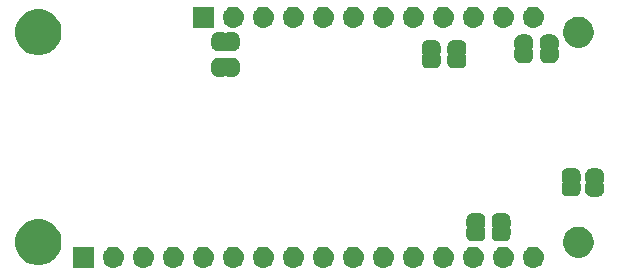
<source format=gbr>
G04 #@! TF.GenerationSoftware,KiCad,Pcbnew,(5.1.4)-1*
G04 #@! TF.CreationDate,2020-01-22T17:25:58-05:00*
G04 #@! TF.ProjectId,Feather-SAM-M8Q-GPS,46656174-6865-4722-9d53-414d2d4d3851,rev?*
G04 #@! TF.SameCoordinates,Original*
G04 #@! TF.FileFunction,Soldermask,Bot*
G04 #@! TF.FilePolarity,Negative*
%FSLAX46Y46*%
G04 Gerber Fmt 4.6, Leading zero omitted, Abs format (unit mm)*
G04 Created by KiCad (PCBNEW (5.1.4)-1) date 2020-01-22 17:25:58*
%MOMM*%
%LPD*%
G04 APERTURE LIST*
%ADD10C,0.100000*%
G04 APERTURE END LIST*
D10*
G36*
X118195043Y-76524719D02*
G01*
X118261227Y-76531237D01*
X118431066Y-76582757D01*
X118587591Y-76666422D01*
X118623329Y-76695752D01*
X118724786Y-76779014D01*
X118808048Y-76880471D01*
X118837378Y-76916209D01*
X118921043Y-77072734D01*
X118972563Y-77242573D01*
X118989959Y-77419200D01*
X118972563Y-77595827D01*
X118921043Y-77765666D01*
X118837378Y-77922191D01*
X118808048Y-77957929D01*
X118724786Y-78059386D01*
X118623329Y-78142648D01*
X118587591Y-78171978D01*
X118431066Y-78255643D01*
X118261227Y-78307163D01*
X118195043Y-78313681D01*
X118128860Y-78320200D01*
X118040340Y-78320200D01*
X117974157Y-78313681D01*
X117907973Y-78307163D01*
X117738134Y-78255643D01*
X117581609Y-78171978D01*
X117545871Y-78142648D01*
X117444414Y-78059386D01*
X117361152Y-77957929D01*
X117331822Y-77922191D01*
X117248157Y-77765666D01*
X117196637Y-77595827D01*
X117179241Y-77419200D01*
X117196637Y-77242573D01*
X117248157Y-77072734D01*
X117331822Y-76916209D01*
X117361152Y-76880471D01*
X117444414Y-76779014D01*
X117545871Y-76695752D01*
X117581609Y-76666422D01*
X117738134Y-76582757D01*
X117907973Y-76531237D01*
X117974157Y-76524719D01*
X118040340Y-76518200D01*
X118128860Y-76518200D01*
X118195043Y-76524719D01*
X118195043Y-76524719D01*
G37*
G36*
X110575043Y-76524719D02*
G01*
X110641227Y-76531237D01*
X110811066Y-76582757D01*
X110967591Y-76666422D01*
X111003329Y-76695752D01*
X111104786Y-76779014D01*
X111188048Y-76880471D01*
X111217378Y-76916209D01*
X111301043Y-77072734D01*
X111352563Y-77242573D01*
X111369959Y-77419200D01*
X111352563Y-77595827D01*
X111301043Y-77765666D01*
X111217378Y-77922191D01*
X111188048Y-77957929D01*
X111104786Y-78059386D01*
X111003329Y-78142648D01*
X110967591Y-78171978D01*
X110811066Y-78255643D01*
X110641227Y-78307163D01*
X110575043Y-78313681D01*
X110508860Y-78320200D01*
X110420340Y-78320200D01*
X110354157Y-78313681D01*
X110287973Y-78307163D01*
X110118134Y-78255643D01*
X109961609Y-78171978D01*
X109925871Y-78142648D01*
X109824414Y-78059386D01*
X109741152Y-77957929D01*
X109711822Y-77922191D01*
X109628157Y-77765666D01*
X109576637Y-77595827D01*
X109559241Y-77419200D01*
X109576637Y-77242573D01*
X109628157Y-77072734D01*
X109711822Y-76916209D01*
X109741152Y-76880471D01*
X109824414Y-76779014D01*
X109925871Y-76695752D01*
X109961609Y-76666422D01*
X110118134Y-76582757D01*
X110287973Y-76531237D01*
X110354157Y-76524719D01*
X110420340Y-76518200D01*
X110508860Y-76518200D01*
X110575043Y-76524719D01*
X110575043Y-76524719D01*
G37*
G36*
X125815043Y-76524719D02*
G01*
X125881227Y-76531237D01*
X126051066Y-76582757D01*
X126207591Y-76666422D01*
X126243329Y-76695752D01*
X126344786Y-76779014D01*
X126428048Y-76880471D01*
X126457378Y-76916209D01*
X126541043Y-77072734D01*
X126592563Y-77242573D01*
X126609959Y-77419200D01*
X126592563Y-77595827D01*
X126541043Y-77765666D01*
X126457378Y-77922191D01*
X126428048Y-77957929D01*
X126344786Y-78059386D01*
X126243329Y-78142648D01*
X126207591Y-78171978D01*
X126051066Y-78255643D01*
X125881227Y-78307163D01*
X125815043Y-78313681D01*
X125748860Y-78320200D01*
X125660340Y-78320200D01*
X125594157Y-78313681D01*
X125527973Y-78307163D01*
X125358134Y-78255643D01*
X125201609Y-78171978D01*
X125165871Y-78142648D01*
X125064414Y-78059386D01*
X124981152Y-77957929D01*
X124951822Y-77922191D01*
X124868157Y-77765666D01*
X124816637Y-77595827D01*
X124799241Y-77419200D01*
X124816637Y-77242573D01*
X124868157Y-77072734D01*
X124951822Y-76916209D01*
X124981152Y-76880471D01*
X125064414Y-76779014D01*
X125165871Y-76695752D01*
X125201609Y-76666422D01*
X125358134Y-76582757D01*
X125527973Y-76531237D01*
X125594157Y-76524719D01*
X125660340Y-76518200D01*
X125748860Y-76518200D01*
X125815043Y-76524719D01*
X125815043Y-76524719D01*
G37*
G36*
X123275043Y-76524719D02*
G01*
X123341227Y-76531237D01*
X123511066Y-76582757D01*
X123667591Y-76666422D01*
X123703329Y-76695752D01*
X123804786Y-76779014D01*
X123888048Y-76880471D01*
X123917378Y-76916209D01*
X124001043Y-77072734D01*
X124052563Y-77242573D01*
X124069959Y-77419200D01*
X124052563Y-77595827D01*
X124001043Y-77765666D01*
X123917378Y-77922191D01*
X123888048Y-77957929D01*
X123804786Y-78059386D01*
X123703329Y-78142648D01*
X123667591Y-78171978D01*
X123511066Y-78255643D01*
X123341227Y-78307163D01*
X123275043Y-78313681D01*
X123208860Y-78320200D01*
X123120340Y-78320200D01*
X123054157Y-78313681D01*
X122987973Y-78307163D01*
X122818134Y-78255643D01*
X122661609Y-78171978D01*
X122625871Y-78142648D01*
X122524414Y-78059386D01*
X122441152Y-77957929D01*
X122411822Y-77922191D01*
X122328157Y-77765666D01*
X122276637Y-77595827D01*
X122259241Y-77419200D01*
X122276637Y-77242573D01*
X122328157Y-77072734D01*
X122411822Y-76916209D01*
X122441152Y-76880471D01*
X122524414Y-76779014D01*
X122625871Y-76695752D01*
X122661609Y-76666422D01*
X122818134Y-76582757D01*
X122987973Y-76531237D01*
X123054157Y-76524719D01*
X123120340Y-76518200D01*
X123208860Y-76518200D01*
X123275043Y-76524719D01*
X123275043Y-76524719D01*
G37*
G36*
X120735043Y-76524719D02*
G01*
X120801227Y-76531237D01*
X120971066Y-76582757D01*
X121127591Y-76666422D01*
X121163329Y-76695752D01*
X121264786Y-76779014D01*
X121348048Y-76880471D01*
X121377378Y-76916209D01*
X121461043Y-77072734D01*
X121512563Y-77242573D01*
X121529959Y-77419200D01*
X121512563Y-77595827D01*
X121461043Y-77765666D01*
X121377378Y-77922191D01*
X121348048Y-77957929D01*
X121264786Y-78059386D01*
X121163329Y-78142648D01*
X121127591Y-78171978D01*
X120971066Y-78255643D01*
X120801227Y-78307163D01*
X120735043Y-78313681D01*
X120668860Y-78320200D01*
X120580340Y-78320200D01*
X120514157Y-78313681D01*
X120447973Y-78307163D01*
X120278134Y-78255643D01*
X120121609Y-78171978D01*
X120085871Y-78142648D01*
X119984414Y-78059386D01*
X119901152Y-77957929D01*
X119871822Y-77922191D01*
X119788157Y-77765666D01*
X119736637Y-77595827D01*
X119719241Y-77419200D01*
X119736637Y-77242573D01*
X119788157Y-77072734D01*
X119871822Y-76916209D01*
X119901152Y-76880471D01*
X119984414Y-76779014D01*
X120085871Y-76695752D01*
X120121609Y-76666422D01*
X120278134Y-76582757D01*
X120447973Y-76531237D01*
X120514157Y-76524719D01*
X120580340Y-76518200D01*
X120668860Y-76518200D01*
X120735043Y-76524719D01*
X120735043Y-76524719D01*
G37*
G36*
X115655043Y-76524719D02*
G01*
X115721227Y-76531237D01*
X115891066Y-76582757D01*
X116047591Y-76666422D01*
X116083329Y-76695752D01*
X116184786Y-76779014D01*
X116268048Y-76880471D01*
X116297378Y-76916209D01*
X116381043Y-77072734D01*
X116432563Y-77242573D01*
X116449959Y-77419200D01*
X116432563Y-77595827D01*
X116381043Y-77765666D01*
X116297378Y-77922191D01*
X116268048Y-77957929D01*
X116184786Y-78059386D01*
X116083329Y-78142648D01*
X116047591Y-78171978D01*
X115891066Y-78255643D01*
X115721227Y-78307163D01*
X115655043Y-78313681D01*
X115588860Y-78320200D01*
X115500340Y-78320200D01*
X115434157Y-78313681D01*
X115367973Y-78307163D01*
X115198134Y-78255643D01*
X115041609Y-78171978D01*
X115005871Y-78142648D01*
X114904414Y-78059386D01*
X114821152Y-77957929D01*
X114791822Y-77922191D01*
X114708157Y-77765666D01*
X114656637Y-77595827D01*
X114639241Y-77419200D01*
X114656637Y-77242573D01*
X114708157Y-77072734D01*
X114791822Y-76916209D01*
X114821152Y-76880471D01*
X114904414Y-76779014D01*
X115005871Y-76695752D01*
X115041609Y-76666422D01*
X115198134Y-76582757D01*
X115367973Y-76531237D01*
X115434157Y-76524719D01*
X115500340Y-76518200D01*
X115588860Y-76518200D01*
X115655043Y-76524719D01*
X115655043Y-76524719D01*
G37*
G36*
X113115043Y-76524719D02*
G01*
X113181227Y-76531237D01*
X113351066Y-76582757D01*
X113507591Y-76666422D01*
X113543329Y-76695752D01*
X113644786Y-76779014D01*
X113728048Y-76880471D01*
X113757378Y-76916209D01*
X113841043Y-77072734D01*
X113892563Y-77242573D01*
X113909959Y-77419200D01*
X113892563Y-77595827D01*
X113841043Y-77765666D01*
X113757378Y-77922191D01*
X113728048Y-77957929D01*
X113644786Y-78059386D01*
X113543329Y-78142648D01*
X113507591Y-78171978D01*
X113351066Y-78255643D01*
X113181227Y-78307163D01*
X113115043Y-78313681D01*
X113048860Y-78320200D01*
X112960340Y-78320200D01*
X112894157Y-78313681D01*
X112827973Y-78307163D01*
X112658134Y-78255643D01*
X112501609Y-78171978D01*
X112465871Y-78142648D01*
X112364414Y-78059386D01*
X112281152Y-77957929D01*
X112251822Y-77922191D01*
X112168157Y-77765666D01*
X112116637Y-77595827D01*
X112099241Y-77419200D01*
X112116637Y-77242573D01*
X112168157Y-77072734D01*
X112251822Y-76916209D01*
X112281152Y-76880471D01*
X112364414Y-76779014D01*
X112465871Y-76695752D01*
X112501609Y-76666422D01*
X112658134Y-76582757D01*
X112827973Y-76531237D01*
X112894157Y-76524719D01*
X112960340Y-76518200D01*
X113048860Y-76518200D01*
X113115043Y-76524719D01*
X113115043Y-76524719D01*
G37*
G36*
X128355043Y-76524719D02*
G01*
X128421227Y-76531237D01*
X128591066Y-76582757D01*
X128747591Y-76666422D01*
X128783329Y-76695752D01*
X128884786Y-76779014D01*
X128968048Y-76880471D01*
X128997378Y-76916209D01*
X129081043Y-77072734D01*
X129132563Y-77242573D01*
X129149959Y-77419200D01*
X129132563Y-77595827D01*
X129081043Y-77765666D01*
X128997378Y-77922191D01*
X128968048Y-77957929D01*
X128884786Y-78059386D01*
X128783329Y-78142648D01*
X128747591Y-78171978D01*
X128591066Y-78255643D01*
X128421227Y-78307163D01*
X128355043Y-78313681D01*
X128288860Y-78320200D01*
X128200340Y-78320200D01*
X128134157Y-78313681D01*
X128067973Y-78307163D01*
X127898134Y-78255643D01*
X127741609Y-78171978D01*
X127705871Y-78142648D01*
X127604414Y-78059386D01*
X127521152Y-77957929D01*
X127491822Y-77922191D01*
X127408157Y-77765666D01*
X127356637Y-77595827D01*
X127339241Y-77419200D01*
X127356637Y-77242573D01*
X127408157Y-77072734D01*
X127491822Y-76916209D01*
X127521152Y-76880471D01*
X127604414Y-76779014D01*
X127705871Y-76695752D01*
X127741609Y-76666422D01*
X127898134Y-76582757D01*
X128067973Y-76531237D01*
X128134157Y-76524719D01*
X128200340Y-76518200D01*
X128288860Y-76518200D01*
X128355043Y-76524719D01*
X128355043Y-76524719D01*
G37*
G36*
X108035043Y-76524719D02*
G01*
X108101227Y-76531237D01*
X108271066Y-76582757D01*
X108427591Y-76666422D01*
X108463329Y-76695752D01*
X108564786Y-76779014D01*
X108648048Y-76880471D01*
X108677378Y-76916209D01*
X108761043Y-77072734D01*
X108812563Y-77242573D01*
X108829959Y-77419200D01*
X108812563Y-77595827D01*
X108761043Y-77765666D01*
X108677378Y-77922191D01*
X108648048Y-77957929D01*
X108564786Y-78059386D01*
X108463329Y-78142648D01*
X108427591Y-78171978D01*
X108271066Y-78255643D01*
X108101227Y-78307163D01*
X108035043Y-78313681D01*
X107968860Y-78320200D01*
X107880340Y-78320200D01*
X107814157Y-78313681D01*
X107747973Y-78307163D01*
X107578134Y-78255643D01*
X107421609Y-78171978D01*
X107385871Y-78142648D01*
X107284414Y-78059386D01*
X107201152Y-77957929D01*
X107171822Y-77922191D01*
X107088157Y-77765666D01*
X107036637Y-77595827D01*
X107019241Y-77419200D01*
X107036637Y-77242573D01*
X107088157Y-77072734D01*
X107171822Y-76916209D01*
X107201152Y-76880471D01*
X107284414Y-76779014D01*
X107385871Y-76695752D01*
X107421609Y-76666422D01*
X107578134Y-76582757D01*
X107747973Y-76531237D01*
X107814157Y-76524719D01*
X107880340Y-76518200D01*
X107968860Y-76518200D01*
X108035043Y-76524719D01*
X108035043Y-76524719D01*
G37*
G36*
X105495043Y-76524719D02*
G01*
X105561227Y-76531237D01*
X105731066Y-76582757D01*
X105887591Y-76666422D01*
X105923329Y-76695752D01*
X106024786Y-76779014D01*
X106108048Y-76880471D01*
X106137378Y-76916209D01*
X106221043Y-77072734D01*
X106272563Y-77242573D01*
X106289959Y-77419200D01*
X106272563Y-77595827D01*
X106221043Y-77765666D01*
X106137378Y-77922191D01*
X106108048Y-77957929D01*
X106024786Y-78059386D01*
X105923329Y-78142648D01*
X105887591Y-78171978D01*
X105731066Y-78255643D01*
X105561227Y-78307163D01*
X105495043Y-78313681D01*
X105428860Y-78320200D01*
X105340340Y-78320200D01*
X105274157Y-78313681D01*
X105207973Y-78307163D01*
X105038134Y-78255643D01*
X104881609Y-78171978D01*
X104845871Y-78142648D01*
X104744414Y-78059386D01*
X104661152Y-77957929D01*
X104631822Y-77922191D01*
X104548157Y-77765666D01*
X104496637Y-77595827D01*
X104479241Y-77419200D01*
X104496637Y-77242573D01*
X104548157Y-77072734D01*
X104631822Y-76916209D01*
X104661152Y-76880471D01*
X104744414Y-76779014D01*
X104845871Y-76695752D01*
X104881609Y-76666422D01*
X105038134Y-76582757D01*
X105207973Y-76531237D01*
X105274157Y-76524719D01*
X105340340Y-76518200D01*
X105428860Y-76518200D01*
X105495043Y-76524719D01*
X105495043Y-76524719D01*
G37*
G36*
X102955043Y-76524719D02*
G01*
X103021227Y-76531237D01*
X103191066Y-76582757D01*
X103347591Y-76666422D01*
X103383329Y-76695752D01*
X103484786Y-76779014D01*
X103568048Y-76880471D01*
X103597378Y-76916209D01*
X103681043Y-77072734D01*
X103732563Y-77242573D01*
X103749959Y-77419200D01*
X103732563Y-77595827D01*
X103681043Y-77765666D01*
X103597378Y-77922191D01*
X103568048Y-77957929D01*
X103484786Y-78059386D01*
X103383329Y-78142648D01*
X103347591Y-78171978D01*
X103191066Y-78255643D01*
X103021227Y-78307163D01*
X102955043Y-78313681D01*
X102888860Y-78320200D01*
X102800340Y-78320200D01*
X102734157Y-78313681D01*
X102667973Y-78307163D01*
X102498134Y-78255643D01*
X102341609Y-78171978D01*
X102305871Y-78142648D01*
X102204414Y-78059386D01*
X102121152Y-77957929D01*
X102091822Y-77922191D01*
X102008157Y-77765666D01*
X101956637Y-77595827D01*
X101939241Y-77419200D01*
X101956637Y-77242573D01*
X102008157Y-77072734D01*
X102091822Y-76916209D01*
X102121152Y-76880471D01*
X102204414Y-76779014D01*
X102305871Y-76695752D01*
X102341609Y-76666422D01*
X102498134Y-76582757D01*
X102667973Y-76531237D01*
X102734157Y-76524719D01*
X102800340Y-76518200D01*
X102888860Y-76518200D01*
X102955043Y-76524719D01*
X102955043Y-76524719D01*
G37*
G36*
X100415043Y-76524719D02*
G01*
X100481227Y-76531237D01*
X100651066Y-76582757D01*
X100807591Y-76666422D01*
X100843329Y-76695752D01*
X100944786Y-76779014D01*
X101028048Y-76880471D01*
X101057378Y-76916209D01*
X101141043Y-77072734D01*
X101192563Y-77242573D01*
X101209959Y-77419200D01*
X101192563Y-77595827D01*
X101141043Y-77765666D01*
X101057378Y-77922191D01*
X101028048Y-77957929D01*
X100944786Y-78059386D01*
X100843329Y-78142648D01*
X100807591Y-78171978D01*
X100651066Y-78255643D01*
X100481227Y-78307163D01*
X100415043Y-78313681D01*
X100348860Y-78320200D01*
X100260340Y-78320200D01*
X100194157Y-78313681D01*
X100127973Y-78307163D01*
X99958134Y-78255643D01*
X99801609Y-78171978D01*
X99765871Y-78142648D01*
X99664414Y-78059386D01*
X99581152Y-77957929D01*
X99551822Y-77922191D01*
X99468157Y-77765666D01*
X99416637Y-77595827D01*
X99399241Y-77419200D01*
X99416637Y-77242573D01*
X99468157Y-77072734D01*
X99551822Y-76916209D01*
X99581152Y-76880471D01*
X99664414Y-76779014D01*
X99765871Y-76695752D01*
X99801609Y-76666422D01*
X99958134Y-76582757D01*
X100127973Y-76531237D01*
X100194157Y-76524719D01*
X100260340Y-76518200D01*
X100348860Y-76518200D01*
X100415043Y-76524719D01*
X100415043Y-76524719D01*
G37*
G36*
X97875043Y-76524719D02*
G01*
X97941227Y-76531237D01*
X98111066Y-76582757D01*
X98267591Y-76666422D01*
X98303329Y-76695752D01*
X98404786Y-76779014D01*
X98488048Y-76880471D01*
X98517378Y-76916209D01*
X98601043Y-77072734D01*
X98652563Y-77242573D01*
X98669959Y-77419200D01*
X98652563Y-77595827D01*
X98601043Y-77765666D01*
X98517378Y-77922191D01*
X98488048Y-77957929D01*
X98404786Y-78059386D01*
X98303329Y-78142648D01*
X98267591Y-78171978D01*
X98111066Y-78255643D01*
X97941227Y-78307163D01*
X97875043Y-78313681D01*
X97808860Y-78320200D01*
X97720340Y-78320200D01*
X97654157Y-78313681D01*
X97587973Y-78307163D01*
X97418134Y-78255643D01*
X97261609Y-78171978D01*
X97225871Y-78142648D01*
X97124414Y-78059386D01*
X97041152Y-77957929D01*
X97011822Y-77922191D01*
X96928157Y-77765666D01*
X96876637Y-77595827D01*
X96859241Y-77419200D01*
X96876637Y-77242573D01*
X96928157Y-77072734D01*
X97011822Y-76916209D01*
X97041152Y-76880471D01*
X97124414Y-76779014D01*
X97225871Y-76695752D01*
X97261609Y-76666422D01*
X97418134Y-76582757D01*
X97587973Y-76531237D01*
X97654157Y-76524719D01*
X97720340Y-76518200D01*
X97808860Y-76518200D01*
X97875043Y-76524719D01*
X97875043Y-76524719D01*
G37*
G36*
X95335043Y-76524719D02*
G01*
X95401227Y-76531237D01*
X95571066Y-76582757D01*
X95727591Y-76666422D01*
X95763329Y-76695752D01*
X95864786Y-76779014D01*
X95948048Y-76880471D01*
X95977378Y-76916209D01*
X96061043Y-77072734D01*
X96112563Y-77242573D01*
X96129959Y-77419200D01*
X96112563Y-77595827D01*
X96061043Y-77765666D01*
X95977378Y-77922191D01*
X95948048Y-77957929D01*
X95864786Y-78059386D01*
X95763329Y-78142648D01*
X95727591Y-78171978D01*
X95571066Y-78255643D01*
X95401227Y-78307163D01*
X95335043Y-78313681D01*
X95268860Y-78320200D01*
X95180340Y-78320200D01*
X95114157Y-78313681D01*
X95047973Y-78307163D01*
X94878134Y-78255643D01*
X94721609Y-78171978D01*
X94685871Y-78142648D01*
X94584414Y-78059386D01*
X94501152Y-77957929D01*
X94471822Y-77922191D01*
X94388157Y-77765666D01*
X94336637Y-77595827D01*
X94319241Y-77419200D01*
X94336637Y-77242573D01*
X94388157Y-77072734D01*
X94471822Y-76916209D01*
X94501152Y-76880471D01*
X94584414Y-76779014D01*
X94685871Y-76695752D01*
X94721609Y-76666422D01*
X94878134Y-76582757D01*
X95047973Y-76531237D01*
X95114157Y-76524719D01*
X95180340Y-76518200D01*
X95268860Y-76518200D01*
X95335043Y-76524719D01*
X95335043Y-76524719D01*
G37*
G36*
X93585600Y-78320200D02*
G01*
X91783600Y-78320200D01*
X91783600Y-76518200D01*
X93585600Y-76518200D01*
X93585600Y-78320200D01*
X93585600Y-78320200D01*
G37*
G36*
X130895043Y-76524719D02*
G01*
X130961227Y-76531237D01*
X131131066Y-76582757D01*
X131287591Y-76666422D01*
X131323329Y-76695752D01*
X131424786Y-76779014D01*
X131508048Y-76880471D01*
X131537378Y-76916209D01*
X131621043Y-77072734D01*
X131672563Y-77242573D01*
X131689959Y-77419200D01*
X131672563Y-77595827D01*
X131621043Y-77765666D01*
X131537378Y-77922191D01*
X131508048Y-77957929D01*
X131424786Y-78059386D01*
X131323329Y-78142648D01*
X131287591Y-78171978D01*
X131131066Y-78255643D01*
X130961227Y-78307163D01*
X130895043Y-78313681D01*
X130828860Y-78320200D01*
X130740340Y-78320200D01*
X130674157Y-78313681D01*
X130607973Y-78307163D01*
X130438134Y-78255643D01*
X130281609Y-78171978D01*
X130245871Y-78142648D01*
X130144414Y-78059386D01*
X130061152Y-77957929D01*
X130031822Y-77922191D01*
X129948157Y-77765666D01*
X129896637Y-77595827D01*
X129879241Y-77419200D01*
X129896637Y-77242573D01*
X129948157Y-77072734D01*
X130031822Y-76916209D01*
X130061152Y-76880471D01*
X130144414Y-76779014D01*
X130245871Y-76695752D01*
X130281609Y-76666422D01*
X130438134Y-76582757D01*
X130607973Y-76531237D01*
X130674157Y-76524719D01*
X130740340Y-76518200D01*
X130828860Y-76518200D01*
X130895043Y-76524719D01*
X130895043Y-76524719D01*
G37*
G36*
X89443685Y-74273175D02*
G01*
X89798743Y-74420245D01*
X89798745Y-74420246D01*
X90118290Y-74633759D01*
X90390041Y-74905510D01*
X90545818Y-75138647D01*
X90603555Y-75225057D01*
X90750625Y-75580115D01*
X90825600Y-75957042D01*
X90825600Y-76341358D01*
X90750625Y-76718285D01*
X90668642Y-76916209D01*
X90603554Y-77073345D01*
X90390041Y-77392890D01*
X90118290Y-77664641D01*
X89798745Y-77878154D01*
X89798744Y-77878155D01*
X89798743Y-77878155D01*
X89443685Y-78025225D01*
X89066758Y-78100200D01*
X88682442Y-78100200D01*
X88305515Y-78025225D01*
X87950457Y-77878155D01*
X87950456Y-77878155D01*
X87950455Y-77878154D01*
X87630910Y-77664641D01*
X87359159Y-77392890D01*
X87145646Y-77073345D01*
X87080558Y-76916209D01*
X86998575Y-76718285D01*
X86923600Y-76341358D01*
X86923600Y-75957042D01*
X86998575Y-75580115D01*
X87145645Y-75225057D01*
X87203382Y-75138647D01*
X87359159Y-74905510D01*
X87630910Y-74633759D01*
X87950455Y-74420246D01*
X87950457Y-74420245D01*
X88305515Y-74273175D01*
X88682442Y-74198200D01*
X89066758Y-74198200D01*
X89443685Y-74273175D01*
X89443685Y-74273175D01*
G37*
G36*
X134974087Y-74898196D02*
G01*
X135178237Y-74982758D01*
X135210855Y-74996269D01*
X135423939Y-75138647D01*
X135605153Y-75319861D01*
X135745029Y-75529200D01*
X135747532Y-75532947D01*
X135845604Y-75769713D01*
X135895600Y-76021061D01*
X135895600Y-76277339D01*
X135845604Y-76528687D01*
X135767069Y-76718286D01*
X135747531Y-76765455D01*
X135605153Y-76978539D01*
X135423939Y-77159753D01*
X135210855Y-77302131D01*
X135210854Y-77302132D01*
X135210853Y-77302132D01*
X134974087Y-77400204D01*
X134722739Y-77450200D01*
X134466461Y-77450200D01*
X134215113Y-77400204D01*
X133978347Y-77302132D01*
X133978346Y-77302132D01*
X133978345Y-77302131D01*
X133765261Y-77159753D01*
X133584047Y-76978539D01*
X133441669Y-76765455D01*
X133422131Y-76718286D01*
X133343596Y-76528687D01*
X133293600Y-76277339D01*
X133293600Y-76021061D01*
X133343596Y-75769713D01*
X133441668Y-75532947D01*
X133444172Y-75529200D01*
X133584047Y-75319861D01*
X133765261Y-75138647D01*
X133978345Y-74996269D01*
X134010963Y-74982758D01*
X134215113Y-74898196D01*
X134466461Y-74848200D01*
X134722739Y-74848200D01*
X134974087Y-74898196D01*
X134974087Y-74898196D01*
G37*
G36*
X126180159Y-73679154D02*
G01*
X126192410Y-73679756D01*
X126210829Y-73679756D01*
X126233109Y-73681950D01*
X126317193Y-73698676D01*
X126338620Y-73705176D01*
X126417818Y-73737980D01*
X126423263Y-73740891D01*
X126423269Y-73740893D01*
X126432129Y-73745629D01*
X126432133Y-73745632D01*
X126437574Y-73748540D01*
X126508859Y-73796171D01*
X126526164Y-73810372D01*
X126586788Y-73870996D01*
X126600989Y-73888301D01*
X126648620Y-73959586D01*
X126651528Y-73965027D01*
X126651531Y-73965031D01*
X126656267Y-73973891D01*
X126656269Y-73973897D01*
X126659180Y-73979342D01*
X126691984Y-74058540D01*
X126698484Y-74079967D01*
X126715210Y-74164051D01*
X126717404Y-74186331D01*
X126717404Y-74204750D01*
X126718006Y-74217001D01*
X126719812Y-74235339D01*
X126719812Y-74723060D01*
X126718223Y-74739199D01*
X126715308Y-74748808D01*
X126710570Y-74757672D01*
X126704197Y-74765437D01*
X126691754Y-74775648D01*
X126681385Y-74782578D01*
X126664058Y-74799905D01*
X126650445Y-74820280D01*
X126641069Y-74842920D01*
X126636289Y-74866953D01*
X126636290Y-74891457D01*
X126641072Y-74915490D01*
X126650450Y-74938129D01*
X126664065Y-74958502D01*
X126681392Y-74975829D01*
X126691762Y-74982758D01*
X126704197Y-74992963D01*
X126710570Y-75000728D01*
X126715308Y-75009592D01*
X126718223Y-75019201D01*
X126719812Y-75035340D01*
X126719812Y-75523062D01*
X126718006Y-75541399D01*
X126717404Y-75553650D01*
X126717404Y-75572069D01*
X126715210Y-75594349D01*
X126698484Y-75678433D01*
X126691984Y-75699860D01*
X126659180Y-75779058D01*
X126656269Y-75784503D01*
X126656267Y-75784509D01*
X126651531Y-75793369D01*
X126651528Y-75793373D01*
X126648620Y-75798814D01*
X126600989Y-75870099D01*
X126586788Y-75887404D01*
X126526164Y-75948028D01*
X126508859Y-75962229D01*
X126437574Y-76009860D01*
X126432133Y-76012768D01*
X126432129Y-76012771D01*
X126423269Y-76017507D01*
X126423263Y-76017509D01*
X126417818Y-76020420D01*
X126338620Y-76053224D01*
X126317193Y-76059724D01*
X126233109Y-76076450D01*
X126210829Y-76078644D01*
X126192410Y-76078644D01*
X126180159Y-76079246D01*
X126161822Y-76081052D01*
X125674098Y-76081052D01*
X125655761Y-76079246D01*
X125643510Y-76078644D01*
X125625091Y-76078644D01*
X125602811Y-76076450D01*
X125518727Y-76059724D01*
X125497300Y-76053224D01*
X125418102Y-76020420D01*
X125412657Y-76017509D01*
X125412651Y-76017507D01*
X125403791Y-76012771D01*
X125403787Y-76012768D01*
X125398346Y-76009860D01*
X125327061Y-75962229D01*
X125309756Y-75948028D01*
X125249132Y-75887404D01*
X125234931Y-75870099D01*
X125187300Y-75798814D01*
X125184392Y-75793373D01*
X125184389Y-75793369D01*
X125179653Y-75784509D01*
X125179651Y-75784503D01*
X125176740Y-75779058D01*
X125143936Y-75699860D01*
X125137436Y-75678433D01*
X125120710Y-75594349D01*
X125118516Y-75572069D01*
X125118516Y-75553650D01*
X125117914Y-75541399D01*
X125116108Y-75523062D01*
X125116108Y-75035340D01*
X125117697Y-75019201D01*
X125120612Y-75009592D01*
X125125350Y-75000728D01*
X125131723Y-74992963D01*
X125144166Y-74982752D01*
X125154535Y-74975822D01*
X125171862Y-74958495D01*
X125185475Y-74938120D01*
X125194851Y-74915480D01*
X125199631Y-74891447D01*
X125199630Y-74866943D01*
X125194848Y-74842910D01*
X125185470Y-74820271D01*
X125171855Y-74799898D01*
X125154528Y-74782571D01*
X125144158Y-74775642D01*
X125131723Y-74765437D01*
X125125350Y-74757672D01*
X125120612Y-74748808D01*
X125117697Y-74739199D01*
X125116108Y-74723060D01*
X125116108Y-74235339D01*
X125117914Y-74217001D01*
X125118516Y-74204750D01*
X125118516Y-74186331D01*
X125120710Y-74164051D01*
X125137436Y-74079967D01*
X125143936Y-74058540D01*
X125176740Y-73979342D01*
X125179651Y-73973897D01*
X125179653Y-73973891D01*
X125184389Y-73965031D01*
X125184392Y-73965027D01*
X125187300Y-73959586D01*
X125234931Y-73888301D01*
X125249132Y-73870996D01*
X125309756Y-73810372D01*
X125327061Y-73796171D01*
X125398346Y-73748540D01*
X125403787Y-73745632D01*
X125403791Y-73745629D01*
X125412651Y-73740893D01*
X125412657Y-73740891D01*
X125418102Y-73737980D01*
X125497300Y-73705176D01*
X125518727Y-73698676D01*
X125602811Y-73681950D01*
X125625091Y-73679756D01*
X125643510Y-73679756D01*
X125655761Y-73679154D01*
X125674099Y-73677348D01*
X126161821Y-73677348D01*
X126180159Y-73679154D01*
X126180159Y-73679154D01*
G37*
G36*
X128308679Y-73679154D02*
G01*
X128320930Y-73679756D01*
X128339349Y-73679756D01*
X128361629Y-73681950D01*
X128445713Y-73698676D01*
X128467140Y-73705176D01*
X128546338Y-73737980D01*
X128551783Y-73740891D01*
X128551789Y-73740893D01*
X128560649Y-73745629D01*
X128560653Y-73745632D01*
X128566094Y-73748540D01*
X128637379Y-73796171D01*
X128654684Y-73810372D01*
X128715308Y-73870996D01*
X128729509Y-73888301D01*
X128777140Y-73959586D01*
X128780048Y-73965027D01*
X128780051Y-73965031D01*
X128784787Y-73973891D01*
X128784789Y-73973897D01*
X128787700Y-73979342D01*
X128820504Y-74058540D01*
X128827004Y-74079967D01*
X128843730Y-74164051D01*
X128845924Y-74186331D01*
X128845924Y-74204750D01*
X128846526Y-74217001D01*
X128848332Y-74235339D01*
X128848332Y-74723060D01*
X128846743Y-74739199D01*
X128843828Y-74748808D01*
X128839090Y-74757672D01*
X128832717Y-74765437D01*
X128820274Y-74775648D01*
X128809905Y-74782578D01*
X128792578Y-74799905D01*
X128778965Y-74820280D01*
X128769589Y-74842920D01*
X128764809Y-74866953D01*
X128764810Y-74891457D01*
X128769592Y-74915490D01*
X128778970Y-74938129D01*
X128792585Y-74958502D01*
X128809912Y-74975829D01*
X128820282Y-74982758D01*
X128832717Y-74992963D01*
X128839090Y-75000728D01*
X128843828Y-75009592D01*
X128846743Y-75019201D01*
X128848332Y-75035340D01*
X128848332Y-75523062D01*
X128846526Y-75541399D01*
X128845924Y-75553650D01*
X128845924Y-75572069D01*
X128843730Y-75594349D01*
X128827004Y-75678433D01*
X128820504Y-75699860D01*
X128787700Y-75779058D01*
X128784789Y-75784503D01*
X128784787Y-75784509D01*
X128780051Y-75793369D01*
X128780048Y-75793373D01*
X128777140Y-75798814D01*
X128729509Y-75870099D01*
X128715308Y-75887404D01*
X128654684Y-75948028D01*
X128637379Y-75962229D01*
X128566094Y-76009860D01*
X128560653Y-76012768D01*
X128560649Y-76012771D01*
X128551789Y-76017507D01*
X128551783Y-76017509D01*
X128546338Y-76020420D01*
X128467140Y-76053224D01*
X128445713Y-76059724D01*
X128361629Y-76076450D01*
X128339349Y-76078644D01*
X128320930Y-76078644D01*
X128308679Y-76079246D01*
X128290342Y-76081052D01*
X127802618Y-76081052D01*
X127784281Y-76079246D01*
X127772030Y-76078644D01*
X127753611Y-76078644D01*
X127731331Y-76076450D01*
X127647247Y-76059724D01*
X127625820Y-76053224D01*
X127546622Y-76020420D01*
X127541177Y-76017509D01*
X127541171Y-76017507D01*
X127532311Y-76012771D01*
X127532307Y-76012768D01*
X127526866Y-76009860D01*
X127455581Y-75962229D01*
X127438276Y-75948028D01*
X127377652Y-75887404D01*
X127363451Y-75870099D01*
X127315820Y-75798814D01*
X127312912Y-75793373D01*
X127312909Y-75793369D01*
X127308173Y-75784509D01*
X127308171Y-75784503D01*
X127305260Y-75779058D01*
X127272456Y-75699860D01*
X127265956Y-75678433D01*
X127249230Y-75594349D01*
X127247036Y-75572069D01*
X127247036Y-75553650D01*
X127246434Y-75541399D01*
X127244628Y-75523062D01*
X127244628Y-75035340D01*
X127246217Y-75019201D01*
X127249132Y-75009592D01*
X127253870Y-75000728D01*
X127260243Y-74992963D01*
X127272686Y-74982752D01*
X127283055Y-74975822D01*
X127300382Y-74958495D01*
X127313995Y-74938120D01*
X127323371Y-74915480D01*
X127328151Y-74891447D01*
X127328150Y-74866943D01*
X127323368Y-74842910D01*
X127313990Y-74820271D01*
X127300375Y-74799898D01*
X127283048Y-74782571D01*
X127272678Y-74775642D01*
X127260243Y-74765437D01*
X127253870Y-74757672D01*
X127249132Y-74748808D01*
X127246217Y-74739199D01*
X127244628Y-74723060D01*
X127244628Y-74235339D01*
X127246434Y-74217001D01*
X127247036Y-74204750D01*
X127247036Y-74186331D01*
X127249230Y-74164051D01*
X127265956Y-74079967D01*
X127272456Y-74058540D01*
X127305260Y-73979342D01*
X127308171Y-73973897D01*
X127308173Y-73973891D01*
X127312909Y-73965031D01*
X127312912Y-73965027D01*
X127315820Y-73959586D01*
X127363451Y-73888301D01*
X127377652Y-73870996D01*
X127438276Y-73810372D01*
X127455581Y-73796171D01*
X127526866Y-73748540D01*
X127532307Y-73745632D01*
X127532311Y-73745629D01*
X127541171Y-73740893D01*
X127541177Y-73740891D01*
X127546622Y-73737980D01*
X127625820Y-73705176D01*
X127647247Y-73698676D01*
X127731331Y-73681950D01*
X127753611Y-73679756D01*
X127772030Y-73679756D01*
X127784281Y-73679154D01*
X127802619Y-73677348D01*
X128290341Y-73677348D01*
X128308679Y-73679154D01*
X128308679Y-73679154D01*
G37*
G36*
X136228399Y-69894554D02*
G01*
X136240650Y-69895156D01*
X136259069Y-69895156D01*
X136281349Y-69897350D01*
X136365433Y-69914076D01*
X136386860Y-69920576D01*
X136466058Y-69953380D01*
X136471503Y-69956291D01*
X136471509Y-69956293D01*
X136480369Y-69961029D01*
X136480373Y-69961032D01*
X136485814Y-69963940D01*
X136557099Y-70011571D01*
X136574404Y-70025772D01*
X136635028Y-70086396D01*
X136649229Y-70103701D01*
X136696860Y-70174986D01*
X136699768Y-70180427D01*
X136699771Y-70180431D01*
X136704507Y-70189291D01*
X136704509Y-70189297D01*
X136707420Y-70194742D01*
X136740224Y-70273940D01*
X136746724Y-70295367D01*
X136763450Y-70379451D01*
X136765644Y-70401731D01*
X136765644Y-70420150D01*
X136766246Y-70432401D01*
X136768052Y-70450739D01*
X136768052Y-70938460D01*
X136766463Y-70954599D01*
X136763548Y-70964208D01*
X136758810Y-70973072D01*
X136752437Y-70980837D01*
X136739994Y-70991048D01*
X136729625Y-70997978D01*
X136712298Y-71015305D01*
X136698685Y-71035680D01*
X136689309Y-71058320D01*
X136684529Y-71082353D01*
X136684530Y-71106857D01*
X136689312Y-71130890D01*
X136698690Y-71153529D01*
X136712305Y-71173902D01*
X136729632Y-71191229D01*
X136739998Y-71198155D01*
X136752437Y-71208363D01*
X136758810Y-71216128D01*
X136763548Y-71224992D01*
X136766463Y-71234601D01*
X136768052Y-71250740D01*
X136768052Y-71738462D01*
X136766246Y-71756799D01*
X136765644Y-71769050D01*
X136765644Y-71787469D01*
X136763450Y-71809749D01*
X136746724Y-71893833D01*
X136740224Y-71915260D01*
X136707420Y-71994458D01*
X136704509Y-71999903D01*
X136704507Y-71999909D01*
X136699771Y-72008769D01*
X136699768Y-72008773D01*
X136696860Y-72014214D01*
X136649229Y-72085499D01*
X136635028Y-72102804D01*
X136574404Y-72163428D01*
X136557099Y-72177629D01*
X136485814Y-72225260D01*
X136480373Y-72228168D01*
X136480369Y-72228171D01*
X136471509Y-72232907D01*
X136471503Y-72232909D01*
X136466058Y-72235820D01*
X136386860Y-72268624D01*
X136365433Y-72275124D01*
X136281349Y-72291850D01*
X136259069Y-72294044D01*
X136240650Y-72294044D01*
X136228399Y-72294646D01*
X136210062Y-72296452D01*
X135722338Y-72296452D01*
X135704001Y-72294646D01*
X135691750Y-72294044D01*
X135673331Y-72294044D01*
X135651051Y-72291850D01*
X135566967Y-72275124D01*
X135545540Y-72268624D01*
X135466342Y-72235820D01*
X135460897Y-72232909D01*
X135460891Y-72232907D01*
X135452031Y-72228171D01*
X135452027Y-72228168D01*
X135446586Y-72225260D01*
X135375301Y-72177629D01*
X135357996Y-72163428D01*
X135297372Y-72102804D01*
X135283171Y-72085499D01*
X135235540Y-72014214D01*
X135232632Y-72008773D01*
X135232629Y-72008769D01*
X135227893Y-71999909D01*
X135227891Y-71999903D01*
X135224980Y-71994458D01*
X135192176Y-71915260D01*
X135185676Y-71893833D01*
X135168950Y-71809749D01*
X135166756Y-71787469D01*
X135166756Y-71769050D01*
X135166154Y-71756799D01*
X135164348Y-71738462D01*
X135164348Y-71250740D01*
X135165937Y-71234601D01*
X135168852Y-71224992D01*
X135173590Y-71216128D01*
X135179963Y-71208363D01*
X135192406Y-71198152D01*
X135202775Y-71191222D01*
X135220102Y-71173895D01*
X135233715Y-71153520D01*
X135243091Y-71130880D01*
X135247871Y-71106847D01*
X135247870Y-71082343D01*
X135243088Y-71058310D01*
X135233710Y-71035671D01*
X135220095Y-71015298D01*
X135202768Y-70997971D01*
X135192398Y-70991042D01*
X135179963Y-70980837D01*
X135173590Y-70973072D01*
X135168852Y-70964208D01*
X135165937Y-70954599D01*
X135164348Y-70938460D01*
X135164348Y-70450739D01*
X135166154Y-70432401D01*
X135166756Y-70420150D01*
X135166756Y-70401731D01*
X135168950Y-70379451D01*
X135185676Y-70295367D01*
X135192176Y-70273940D01*
X135224980Y-70194742D01*
X135227891Y-70189297D01*
X135227893Y-70189291D01*
X135232629Y-70180431D01*
X135232632Y-70180427D01*
X135235540Y-70174986D01*
X135283171Y-70103701D01*
X135297372Y-70086396D01*
X135357996Y-70025772D01*
X135375301Y-70011571D01*
X135446586Y-69963940D01*
X135452027Y-69961032D01*
X135452031Y-69961029D01*
X135460891Y-69956293D01*
X135460897Y-69956291D01*
X135466342Y-69953380D01*
X135545540Y-69920576D01*
X135566967Y-69914076D01*
X135651051Y-69897350D01*
X135673331Y-69895156D01*
X135691750Y-69895156D01*
X135704001Y-69894554D01*
X135722339Y-69892748D01*
X136210061Y-69892748D01*
X136228399Y-69894554D01*
X136228399Y-69894554D01*
G37*
G36*
X134237039Y-69876534D02*
G01*
X134249290Y-69877136D01*
X134267709Y-69877136D01*
X134289989Y-69879330D01*
X134374073Y-69896056D01*
X134395500Y-69902556D01*
X134474698Y-69935360D01*
X134480143Y-69938271D01*
X134480149Y-69938273D01*
X134489009Y-69943009D01*
X134489013Y-69943012D01*
X134494454Y-69945920D01*
X134565739Y-69993551D01*
X134583044Y-70007752D01*
X134643668Y-70068376D01*
X134657869Y-70085681D01*
X134705500Y-70156966D01*
X134708408Y-70162407D01*
X134708411Y-70162411D01*
X134713147Y-70171271D01*
X134713149Y-70171277D01*
X134716060Y-70176722D01*
X134748864Y-70255920D01*
X134755364Y-70277347D01*
X134772090Y-70361431D01*
X134774284Y-70383711D01*
X134774284Y-70402130D01*
X134774886Y-70414381D01*
X134776692Y-70432719D01*
X134776692Y-70920440D01*
X134775103Y-70936579D01*
X134772188Y-70946188D01*
X134767450Y-70955052D01*
X134761077Y-70962817D01*
X134748634Y-70973028D01*
X134738265Y-70979958D01*
X134720938Y-70997285D01*
X134707325Y-71017660D01*
X134697949Y-71040300D01*
X134693169Y-71064333D01*
X134693170Y-71088837D01*
X134697952Y-71112870D01*
X134707330Y-71135509D01*
X134720945Y-71155882D01*
X134738272Y-71173209D01*
X134748642Y-71180138D01*
X134761077Y-71190343D01*
X134767450Y-71198108D01*
X134772188Y-71206972D01*
X134775103Y-71216581D01*
X134776692Y-71232720D01*
X134776692Y-71720442D01*
X134774886Y-71738779D01*
X134774284Y-71751030D01*
X134774284Y-71769449D01*
X134772090Y-71791729D01*
X134755364Y-71875813D01*
X134748864Y-71897240D01*
X134716060Y-71976438D01*
X134713149Y-71981883D01*
X134713147Y-71981889D01*
X134708411Y-71990749D01*
X134708408Y-71990753D01*
X134705500Y-71996194D01*
X134657869Y-72067479D01*
X134643668Y-72084784D01*
X134583044Y-72145408D01*
X134565739Y-72159609D01*
X134494454Y-72207240D01*
X134489013Y-72210148D01*
X134489009Y-72210151D01*
X134480149Y-72214887D01*
X134480143Y-72214889D01*
X134474698Y-72217800D01*
X134395500Y-72250604D01*
X134374073Y-72257104D01*
X134289989Y-72273830D01*
X134267709Y-72276024D01*
X134249290Y-72276024D01*
X134237039Y-72276626D01*
X134218702Y-72278432D01*
X133730978Y-72278432D01*
X133712641Y-72276626D01*
X133700390Y-72276024D01*
X133681971Y-72276024D01*
X133659691Y-72273830D01*
X133575607Y-72257104D01*
X133554180Y-72250604D01*
X133474982Y-72217800D01*
X133469537Y-72214889D01*
X133469531Y-72214887D01*
X133460671Y-72210151D01*
X133460667Y-72210148D01*
X133455226Y-72207240D01*
X133383941Y-72159609D01*
X133366636Y-72145408D01*
X133306012Y-72084784D01*
X133291811Y-72067479D01*
X133244180Y-71996194D01*
X133241272Y-71990753D01*
X133241269Y-71990749D01*
X133236533Y-71981889D01*
X133236531Y-71981883D01*
X133233620Y-71976438D01*
X133200816Y-71897240D01*
X133194316Y-71875813D01*
X133177590Y-71791729D01*
X133175396Y-71769449D01*
X133175396Y-71751030D01*
X133174794Y-71738779D01*
X133172988Y-71720442D01*
X133172988Y-71232720D01*
X133174577Y-71216581D01*
X133177492Y-71206972D01*
X133182230Y-71198108D01*
X133188603Y-71190343D01*
X133201046Y-71180132D01*
X133211415Y-71173202D01*
X133228742Y-71155875D01*
X133242355Y-71135500D01*
X133251731Y-71112860D01*
X133256511Y-71088827D01*
X133256510Y-71064323D01*
X133251728Y-71040290D01*
X133242350Y-71017651D01*
X133228735Y-70997278D01*
X133211408Y-70979951D01*
X133201038Y-70973022D01*
X133188603Y-70962817D01*
X133182230Y-70955052D01*
X133177492Y-70946188D01*
X133174577Y-70936579D01*
X133172988Y-70920440D01*
X133172988Y-70432719D01*
X133174794Y-70414381D01*
X133175396Y-70402130D01*
X133175396Y-70383711D01*
X133177590Y-70361431D01*
X133194316Y-70277347D01*
X133200816Y-70255920D01*
X133233620Y-70176722D01*
X133236531Y-70171277D01*
X133236533Y-70171271D01*
X133241269Y-70162411D01*
X133241272Y-70162407D01*
X133244180Y-70156966D01*
X133291811Y-70085681D01*
X133306012Y-70068376D01*
X133366636Y-70007752D01*
X133383941Y-69993551D01*
X133455226Y-69945920D01*
X133460667Y-69943012D01*
X133460671Y-69943009D01*
X133469531Y-69938273D01*
X133469537Y-69938271D01*
X133474982Y-69935360D01*
X133554180Y-69902556D01*
X133575607Y-69896056D01*
X133659691Y-69879330D01*
X133681971Y-69877136D01*
X133700390Y-69877136D01*
X133712641Y-69876534D01*
X133730979Y-69874728D01*
X134218701Y-69874728D01*
X134237039Y-69876534D01*
X134237039Y-69876534D01*
G37*
G36*
X104579119Y-60525497D02*
G01*
X104588728Y-60528412D01*
X104597592Y-60533150D01*
X104605357Y-60539523D01*
X104615568Y-60551966D01*
X104622498Y-60562335D01*
X104639825Y-60579662D01*
X104660200Y-60593275D01*
X104682840Y-60602651D01*
X104706873Y-60607431D01*
X104731377Y-60607430D01*
X104755410Y-60602648D01*
X104778049Y-60593270D01*
X104798422Y-60579655D01*
X104815749Y-60562328D01*
X104822678Y-60551958D01*
X104832883Y-60539523D01*
X104840648Y-60533150D01*
X104849512Y-60528412D01*
X104859121Y-60525497D01*
X104875260Y-60523908D01*
X105362981Y-60523908D01*
X105381319Y-60525714D01*
X105393570Y-60526316D01*
X105411989Y-60526316D01*
X105434269Y-60528510D01*
X105518353Y-60545236D01*
X105539780Y-60551736D01*
X105618978Y-60584540D01*
X105624423Y-60587451D01*
X105624429Y-60587453D01*
X105633289Y-60592189D01*
X105633293Y-60592192D01*
X105638734Y-60595100D01*
X105710019Y-60642731D01*
X105727324Y-60656932D01*
X105787948Y-60717556D01*
X105802149Y-60734861D01*
X105849780Y-60806146D01*
X105852688Y-60811587D01*
X105852691Y-60811591D01*
X105857427Y-60820451D01*
X105857429Y-60820457D01*
X105860340Y-60825902D01*
X105893144Y-60905100D01*
X105899644Y-60926527D01*
X105916370Y-61010611D01*
X105918564Y-61032891D01*
X105918564Y-61051310D01*
X105919166Y-61063561D01*
X105920972Y-61081899D01*
X105920972Y-61569622D01*
X105919166Y-61587959D01*
X105918564Y-61600210D01*
X105918564Y-61618629D01*
X105916370Y-61640909D01*
X105899644Y-61724993D01*
X105893144Y-61746420D01*
X105860340Y-61825618D01*
X105857429Y-61831063D01*
X105857427Y-61831069D01*
X105852691Y-61839929D01*
X105852688Y-61839933D01*
X105849780Y-61845374D01*
X105802149Y-61916659D01*
X105787948Y-61933964D01*
X105727324Y-61994588D01*
X105710019Y-62008789D01*
X105638734Y-62056420D01*
X105633293Y-62059328D01*
X105633289Y-62059331D01*
X105624429Y-62064067D01*
X105624423Y-62064069D01*
X105618978Y-62066980D01*
X105539780Y-62099784D01*
X105518353Y-62106284D01*
X105434269Y-62123010D01*
X105411989Y-62125204D01*
X105393570Y-62125204D01*
X105381319Y-62125806D01*
X105362982Y-62127612D01*
X104875260Y-62127612D01*
X104859121Y-62126023D01*
X104849512Y-62123108D01*
X104840648Y-62118370D01*
X104832883Y-62111997D01*
X104822672Y-62099554D01*
X104815742Y-62089185D01*
X104798415Y-62071858D01*
X104778040Y-62058245D01*
X104755400Y-62048869D01*
X104731367Y-62044089D01*
X104706863Y-62044090D01*
X104682830Y-62048872D01*
X104660191Y-62058250D01*
X104639818Y-62071865D01*
X104622491Y-62089192D01*
X104615562Y-62099562D01*
X104605357Y-62111997D01*
X104597592Y-62118370D01*
X104588728Y-62123108D01*
X104579119Y-62126023D01*
X104562980Y-62127612D01*
X104075258Y-62127612D01*
X104056921Y-62125806D01*
X104044670Y-62125204D01*
X104026251Y-62125204D01*
X104003971Y-62123010D01*
X103919887Y-62106284D01*
X103898460Y-62099784D01*
X103819262Y-62066980D01*
X103813817Y-62064069D01*
X103813811Y-62064067D01*
X103804951Y-62059331D01*
X103804947Y-62059328D01*
X103799506Y-62056420D01*
X103728221Y-62008789D01*
X103710916Y-61994588D01*
X103650292Y-61933964D01*
X103636091Y-61916659D01*
X103588460Y-61845374D01*
X103585552Y-61839933D01*
X103585549Y-61839929D01*
X103580813Y-61831069D01*
X103580811Y-61831063D01*
X103577900Y-61825618D01*
X103545096Y-61746420D01*
X103538596Y-61724993D01*
X103521870Y-61640909D01*
X103519676Y-61618629D01*
X103519676Y-61600210D01*
X103519074Y-61587959D01*
X103517268Y-61569622D01*
X103517268Y-61081898D01*
X103519074Y-61063561D01*
X103519676Y-61051310D01*
X103519676Y-61032891D01*
X103521870Y-61010611D01*
X103538596Y-60926527D01*
X103545096Y-60905100D01*
X103577900Y-60825902D01*
X103580811Y-60820457D01*
X103580813Y-60820451D01*
X103585549Y-60811591D01*
X103585552Y-60811587D01*
X103588460Y-60806146D01*
X103636091Y-60734861D01*
X103650292Y-60717556D01*
X103710916Y-60656932D01*
X103728221Y-60642731D01*
X103799506Y-60595100D01*
X103804947Y-60592192D01*
X103804951Y-60592189D01*
X103813811Y-60587453D01*
X103813817Y-60587451D01*
X103819262Y-60584540D01*
X103898460Y-60551736D01*
X103919887Y-60545236D01*
X104003971Y-60528510D01*
X104026251Y-60526316D01*
X104044670Y-60526316D01*
X104056921Y-60525714D01*
X104075259Y-60523908D01*
X104562980Y-60523908D01*
X104579119Y-60525497D01*
X104579119Y-60525497D01*
G37*
G36*
X122395559Y-59033514D02*
G01*
X122407810Y-59034116D01*
X122426229Y-59034116D01*
X122448509Y-59036310D01*
X122532593Y-59053036D01*
X122554020Y-59059536D01*
X122633218Y-59092340D01*
X122638663Y-59095251D01*
X122638669Y-59095253D01*
X122647529Y-59099989D01*
X122647533Y-59099992D01*
X122652974Y-59102900D01*
X122724259Y-59150531D01*
X122741564Y-59164732D01*
X122802188Y-59225356D01*
X122816389Y-59242661D01*
X122864020Y-59313946D01*
X122866928Y-59319387D01*
X122866931Y-59319391D01*
X122871667Y-59328251D01*
X122871669Y-59328257D01*
X122874580Y-59333702D01*
X122907384Y-59412900D01*
X122913884Y-59434327D01*
X122930610Y-59518411D01*
X122932804Y-59540691D01*
X122932804Y-59559110D01*
X122933406Y-59571361D01*
X122935212Y-59589699D01*
X122935212Y-60077420D01*
X122933623Y-60093559D01*
X122930708Y-60103168D01*
X122925970Y-60112032D01*
X122919597Y-60119797D01*
X122907154Y-60130008D01*
X122896785Y-60136938D01*
X122879458Y-60154265D01*
X122865845Y-60174640D01*
X122856469Y-60197280D01*
X122851689Y-60221313D01*
X122851690Y-60245817D01*
X122856472Y-60269850D01*
X122865850Y-60292489D01*
X122879465Y-60312862D01*
X122896792Y-60330189D01*
X122907162Y-60337118D01*
X122919597Y-60347323D01*
X122925970Y-60355088D01*
X122930708Y-60363952D01*
X122933623Y-60373561D01*
X122935212Y-60389700D01*
X122935212Y-60877422D01*
X122933406Y-60895759D01*
X122932804Y-60908010D01*
X122932804Y-60926429D01*
X122930610Y-60948709D01*
X122913884Y-61032793D01*
X122907384Y-61054220D01*
X122874580Y-61133418D01*
X122871669Y-61138863D01*
X122871667Y-61138869D01*
X122866931Y-61147729D01*
X122866928Y-61147733D01*
X122864020Y-61153174D01*
X122816389Y-61224459D01*
X122802188Y-61241764D01*
X122741564Y-61302388D01*
X122724259Y-61316589D01*
X122652974Y-61364220D01*
X122647533Y-61367128D01*
X122647529Y-61367131D01*
X122638669Y-61371867D01*
X122638663Y-61371869D01*
X122633218Y-61374780D01*
X122554020Y-61407584D01*
X122532593Y-61414084D01*
X122448509Y-61430810D01*
X122426229Y-61433004D01*
X122407810Y-61433004D01*
X122395559Y-61433606D01*
X122377222Y-61435412D01*
X121889498Y-61435412D01*
X121871161Y-61433606D01*
X121858910Y-61433004D01*
X121840491Y-61433004D01*
X121818211Y-61430810D01*
X121734127Y-61414084D01*
X121712700Y-61407584D01*
X121633502Y-61374780D01*
X121628057Y-61371869D01*
X121628051Y-61371867D01*
X121619191Y-61367131D01*
X121619187Y-61367128D01*
X121613746Y-61364220D01*
X121542461Y-61316589D01*
X121525156Y-61302388D01*
X121464532Y-61241764D01*
X121450331Y-61224459D01*
X121402700Y-61153174D01*
X121399792Y-61147733D01*
X121399789Y-61147729D01*
X121395053Y-61138869D01*
X121395051Y-61138863D01*
X121392140Y-61133418D01*
X121359336Y-61054220D01*
X121352836Y-61032793D01*
X121336110Y-60948709D01*
X121333916Y-60926429D01*
X121333916Y-60908010D01*
X121333314Y-60895759D01*
X121331508Y-60877422D01*
X121331508Y-60389700D01*
X121333097Y-60373561D01*
X121336012Y-60363952D01*
X121340750Y-60355088D01*
X121347123Y-60347323D01*
X121359566Y-60337112D01*
X121369935Y-60330182D01*
X121387262Y-60312855D01*
X121400875Y-60292480D01*
X121410251Y-60269840D01*
X121415031Y-60245807D01*
X121415030Y-60221303D01*
X121410248Y-60197270D01*
X121400870Y-60174631D01*
X121387255Y-60154258D01*
X121369928Y-60136931D01*
X121359558Y-60130002D01*
X121347123Y-60119797D01*
X121340750Y-60112032D01*
X121336012Y-60103168D01*
X121333097Y-60093559D01*
X121331508Y-60077420D01*
X121331508Y-59589699D01*
X121333314Y-59571361D01*
X121333916Y-59559110D01*
X121333916Y-59540691D01*
X121336110Y-59518411D01*
X121352836Y-59434327D01*
X121359336Y-59412900D01*
X121392140Y-59333702D01*
X121395051Y-59328257D01*
X121395053Y-59328251D01*
X121399789Y-59319391D01*
X121399792Y-59319387D01*
X121402700Y-59313946D01*
X121450331Y-59242661D01*
X121464532Y-59225356D01*
X121525156Y-59164732D01*
X121542461Y-59150531D01*
X121613746Y-59102900D01*
X121619187Y-59099992D01*
X121619191Y-59099989D01*
X121628051Y-59095253D01*
X121628057Y-59095251D01*
X121633502Y-59092340D01*
X121712700Y-59059536D01*
X121734127Y-59053036D01*
X121818211Y-59036310D01*
X121840491Y-59034116D01*
X121858910Y-59034116D01*
X121871161Y-59033514D01*
X121889499Y-59031708D01*
X122377221Y-59031708D01*
X122395559Y-59033514D01*
X122395559Y-59033514D01*
G37*
G36*
X124569799Y-59033514D02*
G01*
X124582050Y-59034116D01*
X124600469Y-59034116D01*
X124622749Y-59036310D01*
X124706833Y-59053036D01*
X124728260Y-59059536D01*
X124807458Y-59092340D01*
X124812903Y-59095251D01*
X124812909Y-59095253D01*
X124821769Y-59099989D01*
X124821773Y-59099992D01*
X124827214Y-59102900D01*
X124898499Y-59150531D01*
X124915804Y-59164732D01*
X124976428Y-59225356D01*
X124990629Y-59242661D01*
X125038260Y-59313946D01*
X125041168Y-59319387D01*
X125041171Y-59319391D01*
X125045907Y-59328251D01*
X125045909Y-59328257D01*
X125048820Y-59333702D01*
X125081624Y-59412900D01*
X125088124Y-59434327D01*
X125104850Y-59518411D01*
X125107044Y-59540691D01*
X125107044Y-59559110D01*
X125107646Y-59571361D01*
X125109452Y-59589699D01*
X125109452Y-60077420D01*
X125107863Y-60093559D01*
X125104948Y-60103168D01*
X125100210Y-60112032D01*
X125093837Y-60119797D01*
X125081394Y-60130008D01*
X125071025Y-60136938D01*
X125053698Y-60154265D01*
X125040085Y-60174640D01*
X125030709Y-60197280D01*
X125025929Y-60221313D01*
X125025930Y-60245817D01*
X125030712Y-60269850D01*
X125040090Y-60292489D01*
X125053705Y-60312862D01*
X125071032Y-60330189D01*
X125081402Y-60337118D01*
X125093837Y-60347323D01*
X125100210Y-60355088D01*
X125104948Y-60363952D01*
X125107863Y-60373561D01*
X125109452Y-60389700D01*
X125109452Y-60877422D01*
X125107646Y-60895759D01*
X125107044Y-60908010D01*
X125107044Y-60926429D01*
X125104850Y-60948709D01*
X125088124Y-61032793D01*
X125081624Y-61054220D01*
X125048820Y-61133418D01*
X125045909Y-61138863D01*
X125045907Y-61138869D01*
X125041171Y-61147729D01*
X125041168Y-61147733D01*
X125038260Y-61153174D01*
X124990629Y-61224459D01*
X124976428Y-61241764D01*
X124915804Y-61302388D01*
X124898499Y-61316589D01*
X124827214Y-61364220D01*
X124821773Y-61367128D01*
X124821769Y-61367131D01*
X124812909Y-61371867D01*
X124812903Y-61371869D01*
X124807458Y-61374780D01*
X124728260Y-61407584D01*
X124706833Y-61414084D01*
X124622749Y-61430810D01*
X124600469Y-61433004D01*
X124582050Y-61433004D01*
X124569799Y-61433606D01*
X124551462Y-61435412D01*
X124063738Y-61435412D01*
X124045401Y-61433606D01*
X124033150Y-61433004D01*
X124014731Y-61433004D01*
X123992451Y-61430810D01*
X123908367Y-61414084D01*
X123886940Y-61407584D01*
X123807742Y-61374780D01*
X123802297Y-61371869D01*
X123802291Y-61371867D01*
X123793431Y-61367131D01*
X123793427Y-61367128D01*
X123787986Y-61364220D01*
X123716701Y-61316589D01*
X123699396Y-61302388D01*
X123638772Y-61241764D01*
X123624571Y-61224459D01*
X123576940Y-61153174D01*
X123574032Y-61147733D01*
X123574029Y-61147729D01*
X123569293Y-61138869D01*
X123569291Y-61138863D01*
X123566380Y-61133418D01*
X123533576Y-61054220D01*
X123527076Y-61032793D01*
X123510350Y-60948709D01*
X123508156Y-60926429D01*
X123508156Y-60908010D01*
X123507554Y-60895759D01*
X123505748Y-60877422D01*
X123505748Y-60389700D01*
X123507337Y-60373561D01*
X123510252Y-60363952D01*
X123514990Y-60355088D01*
X123521363Y-60347323D01*
X123533806Y-60337112D01*
X123544175Y-60330182D01*
X123561502Y-60312855D01*
X123575115Y-60292480D01*
X123584491Y-60269840D01*
X123589271Y-60245807D01*
X123589270Y-60221303D01*
X123584488Y-60197270D01*
X123575110Y-60174631D01*
X123561495Y-60154258D01*
X123544168Y-60136931D01*
X123533798Y-60130002D01*
X123521363Y-60119797D01*
X123514990Y-60112032D01*
X123510252Y-60103168D01*
X123507337Y-60093559D01*
X123505748Y-60077420D01*
X123505748Y-59589699D01*
X123507554Y-59571361D01*
X123508156Y-59559110D01*
X123508156Y-59540691D01*
X123510350Y-59518411D01*
X123527076Y-59434327D01*
X123533576Y-59412900D01*
X123566380Y-59333702D01*
X123569291Y-59328257D01*
X123569293Y-59328251D01*
X123574029Y-59319391D01*
X123574032Y-59319387D01*
X123576940Y-59313946D01*
X123624571Y-59242661D01*
X123638772Y-59225356D01*
X123699396Y-59164732D01*
X123716701Y-59150531D01*
X123787986Y-59102900D01*
X123793427Y-59099992D01*
X123793431Y-59099989D01*
X123802291Y-59095253D01*
X123802297Y-59095251D01*
X123807742Y-59092340D01*
X123886940Y-59059536D01*
X123908367Y-59053036D01*
X123992451Y-59036310D01*
X124014731Y-59034116D01*
X124033150Y-59034116D01*
X124045401Y-59033514D01*
X124063739Y-59031708D01*
X124551461Y-59031708D01*
X124569799Y-59033514D01*
X124569799Y-59033514D01*
G37*
G36*
X130228919Y-58563614D02*
G01*
X130241170Y-58564216D01*
X130259589Y-58564216D01*
X130281869Y-58566410D01*
X130365953Y-58583136D01*
X130387380Y-58589636D01*
X130466578Y-58622440D01*
X130472023Y-58625351D01*
X130472029Y-58625353D01*
X130480889Y-58630089D01*
X130480893Y-58630092D01*
X130486334Y-58633000D01*
X130557619Y-58680631D01*
X130574924Y-58694832D01*
X130635548Y-58755456D01*
X130649749Y-58772761D01*
X130697380Y-58844046D01*
X130700288Y-58849487D01*
X130700291Y-58849491D01*
X130705027Y-58858351D01*
X130705029Y-58858357D01*
X130707940Y-58863802D01*
X130740744Y-58943000D01*
X130747244Y-58964427D01*
X130763970Y-59048511D01*
X130766164Y-59070791D01*
X130766164Y-59089210D01*
X130766766Y-59101461D01*
X130768572Y-59119799D01*
X130768572Y-59607520D01*
X130766983Y-59623659D01*
X130764068Y-59633268D01*
X130759330Y-59642132D01*
X130752957Y-59649897D01*
X130740514Y-59660108D01*
X130730145Y-59667038D01*
X130712818Y-59684365D01*
X130699205Y-59704740D01*
X130689829Y-59727380D01*
X130685049Y-59751413D01*
X130685050Y-59775917D01*
X130689832Y-59799950D01*
X130699210Y-59822589D01*
X130712825Y-59842962D01*
X130730152Y-59860289D01*
X130740522Y-59867218D01*
X130752957Y-59877423D01*
X130759330Y-59885188D01*
X130764068Y-59894052D01*
X130766983Y-59903661D01*
X130768572Y-59919800D01*
X130768572Y-60407522D01*
X130766766Y-60425859D01*
X130766164Y-60438110D01*
X130766164Y-60456529D01*
X130763970Y-60478809D01*
X130747244Y-60562893D01*
X130740744Y-60584320D01*
X130707940Y-60663518D01*
X130705029Y-60668963D01*
X130705027Y-60668969D01*
X130700291Y-60677829D01*
X130700288Y-60677833D01*
X130697380Y-60683274D01*
X130649749Y-60754559D01*
X130635548Y-60771864D01*
X130574924Y-60832488D01*
X130557619Y-60846689D01*
X130486334Y-60894320D01*
X130480893Y-60897228D01*
X130480889Y-60897231D01*
X130472029Y-60901967D01*
X130472023Y-60901969D01*
X130466578Y-60904880D01*
X130387380Y-60937684D01*
X130365953Y-60944184D01*
X130281869Y-60960910D01*
X130259589Y-60963104D01*
X130241170Y-60963104D01*
X130228919Y-60963706D01*
X130210582Y-60965512D01*
X129722858Y-60965512D01*
X129704521Y-60963706D01*
X129692270Y-60963104D01*
X129673851Y-60963104D01*
X129651571Y-60960910D01*
X129567487Y-60944184D01*
X129546060Y-60937684D01*
X129466862Y-60904880D01*
X129461417Y-60901969D01*
X129461411Y-60901967D01*
X129452551Y-60897231D01*
X129452547Y-60897228D01*
X129447106Y-60894320D01*
X129375821Y-60846689D01*
X129358516Y-60832488D01*
X129297892Y-60771864D01*
X129283691Y-60754559D01*
X129236060Y-60683274D01*
X129233152Y-60677833D01*
X129233149Y-60677829D01*
X129228413Y-60668969D01*
X129228411Y-60668963D01*
X129225500Y-60663518D01*
X129192696Y-60584320D01*
X129186196Y-60562893D01*
X129169470Y-60478809D01*
X129167276Y-60456529D01*
X129167276Y-60438110D01*
X129166674Y-60425859D01*
X129164868Y-60407522D01*
X129164868Y-59919800D01*
X129166457Y-59903661D01*
X129169372Y-59894052D01*
X129174110Y-59885188D01*
X129180483Y-59877423D01*
X129192926Y-59867212D01*
X129203295Y-59860282D01*
X129220622Y-59842955D01*
X129234235Y-59822580D01*
X129243611Y-59799940D01*
X129248391Y-59775907D01*
X129248390Y-59751403D01*
X129243608Y-59727370D01*
X129234230Y-59704731D01*
X129220615Y-59684358D01*
X129203288Y-59667031D01*
X129192918Y-59660102D01*
X129180483Y-59649897D01*
X129174110Y-59642132D01*
X129169372Y-59633268D01*
X129166457Y-59623659D01*
X129164868Y-59607520D01*
X129164868Y-59119799D01*
X129166674Y-59101461D01*
X129167276Y-59089210D01*
X129167276Y-59070791D01*
X129169470Y-59048511D01*
X129186196Y-58964427D01*
X129192696Y-58943000D01*
X129225500Y-58863802D01*
X129228411Y-58858357D01*
X129228413Y-58858351D01*
X129233149Y-58849491D01*
X129233152Y-58849487D01*
X129236060Y-58844046D01*
X129283691Y-58772761D01*
X129297892Y-58755456D01*
X129358516Y-58694832D01*
X129375821Y-58680631D01*
X129447106Y-58633000D01*
X129452547Y-58630092D01*
X129452551Y-58630089D01*
X129461411Y-58625353D01*
X129461417Y-58625351D01*
X129466862Y-58622440D01*
X129546060Y-58589636D01*
X129567487Y-58583136D01*
X129651571Y-58566410D01*
X129673851Y-58564216D01*
X129692270Y-58564216D01*
X129704521Y-58563614D01*
X129722859Y-58561808D01*
X130210581Y-58561808D01*
X130228919Y-58563614D01*
X130228919Y-58563614D01*
G37*
G36*
X132387919Y-58563614D02*
G01*
X132400170Y-58564216D01*
X132418589Y-58564216D01*
X132440869Y-58566410D01*
X132524953Y-58583136D01*
X132546380Y-58589636D01*
X132625578Y-58622440D01*
X132631023Y-58625351D01*
X132631029Y-58625353D01*
X132639889Y-58630089D01*
X132639893Y-58630092D01*
X132645334Y-58633000D01*
X132716619Y-58680631D01*
X132733924Y-58694832D01*
X132794548Y-58755456D01*
X132808749Y-58772761D01*
X132856380Y-58844046D01*
X132859288Y-58849487D01*
X132859291Y-58849491D01*
X132864027Y-58858351D01*
X132864029Y-58858357D01*
X132866940Y-58863802D01*
X132899744Y-58943000D01*
X132906244Y-58964427D01*
X132922970Y-59048511D01*
X132925164Y-59070791D01*
X132925164Y-59089210D01*
X132925766Y-59101461D01*
X132927572Y-59119799D01*
X132927572Y-59607520D01*
X132925983Y-59623659D01*
X132923068Y-59633268D01*
X132918330Y-59642132D01*
X132911957Y-59649897D01*
X132899514Y-59660108D01*
X132889145Y-59667038D01*
X132871818Y-59684365D01*
X132858205Y-59704740D01*
X132848829Y-59727380D01*
X132844049Y-59751413D01*
X132844050Y-59775917D01*
X132848832Y-59799950D01*
X132858210Y-59822589D01*
X132871825Y-59842962D01*
X132889152Y-59860289D01*
X132899522Y-59867218D01*
X132911957Y-59877423D01*
X132918330Y-59885188D01*
X132923068Y-59894052D01*
X132925983Y-59903661D01*
X132927572Y-59919800D01*
X132927572Y-60407522D01*
X132925766Y-60425859D01*
X132925164Y-60438110D01*
X132925164Y-60456529D01*
X132922970Y-60478809D01*
X132906244Y-60562893D01*
X132899744Y-60584320D01*
X132866940Y-60663518D01*
X132864029Y-60668963D01*
X132864027Y-60668969D01*
X132859291Y-60677829D01*
X132859288Y-60677833D01*
X132856380Y-60683274D01*
X132808749Y-60754559D01*
X132794548Y-60771864D01*
X132733924Y-60832488D01*
X132716619Y-60846689D01*
X132645334Y-60894320D01*
X132639893Y-60897228D01*
X132639889Y-60897231D01*
X132631029Y-60901967D01*
X132631023Y-60901969D01*
X132625578Y-60904880D01*
X132546380Y-60937684D01*
X132524953Y-60944184D01*
X132440869Y-60960910D01*
X132418589Y-60963104D01*
X132400170Y-60963104D01*
X132387919Y-60963706D01*
X132369582Y-60965512D01*
X131881858Y-60965512D01*
X131863521Y-60963706D01*
X131851270Y-60963104D01*
X131832851Y-60963104D01*
X131810571Y-60960910D01*
X131726487Y-60944184D01*
X131705060Y-60937684D01*
X131625862Y-60904880D01*
X131620417Y-60901969D01*
X131620411Y-60901967D01*
X131611551Y-60897231D01*
X131611547Y-60897228D01*
X131606106Y-60894320D01*
X131534821Y-60846689D01*
X131517516Y-60832488D01*
X131456892Y-60771864D01*
X131442691Y-60754559D01*
X131395060Y-60683274D01*
X131392152Y-60677833D01*
X131392149Y-60677829D01*
X131387413Y-60668969D01*
X131387411Y-60668963D01*
X131384500Y-60663518D01*
X131351696Y-60584320D01*
X131345196Y-60562893D01*
X131328470Y-60478809D01*
X131326276Y-60456529D01*
X131326276Y-60438110D01*
X131325674Y-60425859D01*
X131323868Y-60407522D01*
X131323868Y-59919800D01*
X131325457Y-59903661D01*
X131328372Y-59894052D01*
X131333110Y-59885188D01*
X131339483Y-59877423D01*
X131351926Y-59867212D01*
X131362295Y-59860282D01*
X131379622Y-59842955D01*
X131393235Y-59822580D01*
X131402611Y-59799940D01*
X131407391Y-59775907D01*
X131407390Y-59751403D01*
X131402608Y-59727370D01*
X131393230Y-59704731D01*
X131379615Y-59684358D01*
X131362288Y-59667031D01*
X131351918Y-59660102D01*
X131339483Y-59649897D01*
X131333110Y-59642132D01*
X131328372Y-59633268D01*
X131325457Y-59623659D01*
X131323868Y-59607520D01*
X131323868Y-59119799D01*
X131325674Y-59101461D01*
X131326276Y-59089210D01*
X131326276Y-59070791D01*
X131328470Y-59048511D01*
X131345196Y-58964427D01*
X131351696Y-58943000D01*
X131384500Y-58863802D01*
X131387411Y-58858357D01*
X131387413Y-58858351D01*
X131392149Y-58849491D01*
X131392152Y-58849487D01*
X131395060Y-58844046D01*
X131442691Y-58772761D01*
X131456892Y-58755456D01*
X131517516Y-58694832D01*
X131534821Y-58680631D01*
X131606106Y-58633000D01*
X131611547Y-58630092D01*
X131611551Y-58630089D01*
X131620411Y-58625353D01*
X131620417Y-58625351D01*
X131625862Y-58622440D01*
X131705060Y-58589636D01*
X131726487Y-58583136D01*
X131810571Y-58566410D01*
X131832851Y-58564216D01*
X131851270Y-58564216D01*
X131863521Y-58563614D01*
X131881859Y-58561808D01*
X132369581Y-58561808D01*
X132387919Y-58563614D01*
X132387919Y-58563614D01*
G37*
G36*
X89443685Y-56493175D02*
G01*
X89798743Y-56640245D01*
X89798745Y-56640246D01*
X90118290Y-56853759D01*
X90390041Y-57125510D01*
X90545818Y-57358647D01*
X90603555Y-57445057D01*
X90750625Y-57800115D01*
X90825600Y-58177042D01*
X90825600Y-58561358D01*
X90750625Y-58938285D01*
X90624548Y-59242661D01*
X90603554Y-59293345D01*
X90390041Y-59612890D01*
X90118290Y-59884641D01*
X89798745Y-60098154D01*
X89798744Y-60098155D01*
X89798743Y-60098155D01*
X89443685Y-60245225D01*
X89066758Y-60320200D01*
X88682442Y-60320200D01*
X88305515Y-60245225D01*
X87950457Y-60098155D01*
X87950456Y-60098155D01*
X87950455Y-60098154D01*
X87630910Y-59884641D01*
X87359159Y-59612890D01*
X87145646Y-59293345D01*
X87124652Y-59242661D01*
X86998575Y-58938285D01*
X86923600Y-58561358D01*
X86923600Y-58177042D01*
X86998575Y-57800115D01*
X87145645Y-57445057D01*
X87203382Y-57358647D01*
X87359159Y-57125510D01*
X87630910Y-56853759D01*
X87950455Y-56640246D01*
X87950457Y-56640245D01*
X88305515Y-56493175D01*
X88682442Y-56418200D01*
X89066758Y-56418200D01*
X89443685Y-56493175D01*
X89443685Y-56493175D01*
G37*
G36*
X104579119Y-58361417D02*
G01*
X104588728Y-58364332D01*
X104597592Y-58369070D01*
X104605357Y-58375443D01*
X104615568Y-58387886D01*
X104622498Y-58398255D01*
X104639825Y-58415582D01*
X104660200Y-58429195D01*
X104682840Y-58438571D01*
X104706873Y-58443351D01*
X104731377Y-58443350D01*
X104755410Y-58438568D01*
X104778049Y-58429190D01*
X104798422Y-58415575D01*
X104815749Y-58398248D01*
X104822678Y-58387878D01*
X104832883Y-58375443D01*
X104840648Y-58369070D01*
X104849512Y-58364332D01*
X104859121Y-58361417D01*
X104875260Y-58359828D01*
X105362981Y-58359828D01*
X105381319Y-58361634D01*
X105393570Y-58362236D01*
X105411989Y-58362236D01*
X105434269Y-58364430D01*
X105518353Y-58381156D01*
X105539780Y-58387656D01*
X105618978Y-58420460D01*
X105624423Y-58423371D01*
X105624429Y-58423373D01*
X105633289Y-58428109D01*
X105633293Y-58428112D01*
X105638734Y-58431020D01*
X105710019Y-58478651D01*
X105727324Y-58492852D01*
X105787948Y-58553476D01*
X105802149Y-58570781D01*
X105849780Y-58642066D01*
X105852688Y-58647507D01*
X105852691Y-58647511D01*
X105857427Y-58656371D01*
X105857429Y-58656377D01*
X105860340Y-58661822D01*
X105893144Y-58741020D01*
X105899644Y-58762447D01*
X105916370Y-58846531D01*
X105918564Y-58868811D01*
X105918564Y-58887230D01*
X105919166Y-58899481D01*
X105920972Y-58917819D01*
X105920972Y-59405542D01*
X105919166Y-59423879D01*
X105918564Y-59436130D01*
X105918564Y-59454549D01*
X105916370Y-59476829D01*
X105899644Y-59560913D01*
X105893144Y-59582340D01*
X105860340Y-59661538D01*
X105857429Y-59666983D01*
X105857427Y-59666989D01*
X105852691Y-59675849D01*
X105852688Y-59675853D01*
X105849780Y-59681294D01*
X105802149Y-59752579D01*
X105787948Y-59769884D01*
X105727324Y-59830508D01*
X105710019Y-59844709D01*
X105638734Y-59892340D01*
X105633293Y-59895248D01*
X105633289Y-59895251D01*
X105624429Y-59899987D01*
X105624423Y-59899989D01*
X105618978Y-59902900D01*
X105539780Y-59935704D01*
X105518353Y-59942204D01*
X105434269Y-59958930D01*
X105411989Y-59961124D01*
X105393570Y-59961124D01*
X105381319Y-59961726D01*
X105362982Y-59963532D01*
X104875260Y-59963532D01*
X104859121Y-59961943D01*
X104849512Y-59959028D01*
X104840648Y-59954290D01*
X104832883Y-59947917D01*
X104822672Y-59935474D01*
X104815742Y-59925105D01*
X104798415Y-59907778D01*
X104778040Y-59894165D01*
X104755400Y-59884789D01*
X104731367Y-59880009D01*
X104706863Y-59880010D01*
X104682830Y-59884792D01*
X104660191Y-59894170D01*
X104639818Y-59907785D01*
X104622491Y-59925112D01*
X104615562Y-59935482D01*
X104605357Y-59947917D01*
X104597592Y-59954290D01*
X104588728Y-59959028D01*
X104579119Y-59961943D01*
X104562980Y-59963532D01*
X104075258Y-59963532D01*
X104056921Y-59961726D01*
X104044670Y-59961124D01*
X104026251Y-59961124D01*
X104003971Y-59958930D01*
X103919887Y-59942204D01*
X103898460Y-59935704D01*
X103819262Y-59902900D01*
X103813817Y-59899989D01*
X103813811Y-59899987D01*
X103804951Y-59895251D01*
X103804947Y-59895248D01*
X103799506Y-59892340D01*
X103728221Y-59844709D01*
X103710916Y-59830508D01*
X103650292Y-59769884D01*
X103636091Y-59752579D01*
X103588460Y-59681294D01*
X103585552Y-59675853D01*
X103585549Y-59675849D01*
X103580813Y-59666989D01*
X103580811Y-59666983D01*
X103577900Y-59661538D01*
X103545096Y-59582340D01*
X103538596Y-59560913D01*
X103521870Y-59476829D01*
X103519676Y-59454549D01*
X103519676Y-59436130D01*
X103519074Y-59423879D01*
X103517268Y-59405542D01*
X103517268Y-58917818D01*
X103519074Y-58899481D01*
X103519676Y-58887230D01*
X103519676Y-58868811D01*
X103521870Y-58846531D01*
X103538596Y-58762447D01*
X103545096Y-58741020D01*
X103577900Y-58661822D01*
X103580811Y-58656377D01*
X103580813Y-58656371D01*
X103585549Y-58647511D01*
X103585552Y-58647507D01*
X103588460Y-58642066D01*
X103636091Y-58570781D01*
X103650292Y-58553476D01*
X103710916Y-58492852D01*
X103728221Y-58478651D01*
X103799506Y-58431020D01*
X103804947Y-58428112D01*
X103804951Y-58428109D01*
X103813811Y-58423373D01*
X103813817Y-58423371D01*
X103819262Y-58420460D01*
X103898460Y-58387656D01*
X103919887Y-58381156D01*
X104003971Y-58364430D01*
X104026251Y-58362236D01*
X104044670Y-58362236D01*
X104056921Y-58361634D01*
X104075259Y-58359828D01*
X104562980Y-58359828D01*
X104579119Y-58361417D01*
X104579119Y-58361417D01*
G37*
G36*
X134974087Y-57118196D02*
G01*
X135210853Y-57216268D01*
X135210855Y-57216269D01*
X135423939Y-57358647D01*
X135605153Y-57539861D01*
X135738471Y-57739385D01*
X135747532Y-57752947D01*
X135845604Y-57989713D01*
X135895600Y-58241061D01*
X135895600Y-58497339D01*
X135845604Y-58748687D01*
X135762670Y-58948907D01*
X135747531Y-58985455D01*
X135605153Y-59198539D01*
X135423939Y-59379753D01*
X135210855Y-59522131D01*
X135210854Y-59522132D01*
X135210853Y-59522132D01*
X134974087Y-59620204D01*
X134722739Y-59670200D01*
X134466461Y-59670200D01*
X134215113Y-59620204D01*
X133978347Y-59522132D01*
X133978346Y-59522132D01*
X133978345Y-59522131D01*
X133765261Y-59379753D01*
X133584047Y-59198539D01*
X133441669Y-58985455D01*
X133426530Y-58948907D01*
X133343596Y-58748687D01*
X133293600Y-58497339D01*
X133293600Y-58241061D01*
X133343596Y-57989713D01*
X133441668Y-57752947D01*
X133450730Y-57739385D01*
X133584047Y-57539861D01*
X133765261Y-57358647D01*
X133978345Y-57216269D01*
X133978347Y-57216268D01*
X134215113Y-57118196D01*
X134466461Y-57068200D01*
X134722739Y-57068200D01*
X134974087Y-57118196D01*
X134974087Y-57118196D01*
G37*
G36*
X130895042Y-56204718D02*
G01*
X130961227Y-56211237D01*
X131131066Y-56262757D01*
X131287591Y-56346422D01*
X131323329Y-56375752D01*
X131424786Y-56459014D01*
X131508048Y-56560471D01*
X131537378Y-56596209D01*
X131621043Y-56752734D01*
X131672563Y-56922573D01*
X131689959Y-57099200D01*
X131672563Y-57275827D01*
X131621043Y-57445666D01*
X131537378Y-57602191D01*
X131508048Y-57637929D01*
X131424786Y-57739386D01*
X131350786Y-57800115D01*
X131287591Y-57851978D01*
X131131066Y-57935643D01*
X130961227Y-57987163D01*
X130895042Y-57993682D01*
X130828860Y-58000200D01*
X130740340Y-58000200D01*
X130674158Y-57993682D01*
X130607973Y-57987163D01*
X130438134Y-57935643D01*
X130281609Y-57851978D01*
X130218414Y-57800115D01*
X130144414Y-57739386D01*
X130061152Y-57637929D01*
X130031822Y-57602191D01*
X129948157Y-57445666D01*
X129896637Y-57275827D01*
X129879241Y-57099200D01*
X129896637Y-56922573D01*
X129948157Y-56752734D01*
X130031822Y-56596209D01*
X130061152Y-56560471D01*
X130144414Y-56459014D01*
X130245871Y-56375752D01*
X130281609Y-56346422D01*
X130438134Y-56262757D01*
X130607973Y-56211237D01*
X130674158Y-56204718D01*
X130740340Y-56198200D01*
X130828860Y-56198200D01*
X130895042Y-56204718D01*
X130895042Y-56204718D01*
G37*
G36*
X125815042Y-56204718D02*
G01*
X125881227Y-56211237D01*
X126051066Y-56262757D01*
X126207591Y-56346422D01*
X126243329Y-56375752D01*
X126344786Y-56459014D01*
X126428048Y-56560471D01*
X126457378Y-56596209D01*
X126541043Y-56752734D01*
X126592563Y-56922573D01*
X126609959Y-57099200D01*
X126592563Y-57275827D01*
X126541043Y-57445666D01*
X126457378Y-57602191D01*
X126428048Y-57637929D01*
X126344786Y-57739386D01*
X126270786Y-57800115D01*
X126207591Y-57851978D01*
X126051066Y-57935643D01*
X125881227Y-57987163D01*
X125815042Y-57993682D01*
X125748860Y-58000200D01*
X125660340Y-58000200D01*
X125594158Y-57993682D01*
X125527973Y-57987163D01*
X125358134Y-57935643D01*
X125201609Y-57851978D01*
X125138414Y-57800115D01*
X125064414Y-57739386D01*
X124981152Y-57637929D01*
X124951822Y-57602191D01*
X124868157Y-57445666D01*
X124816637Y-57275827D01*
X124799241Y-57099200D01*
X124816637Y-56922573D01*
X124868157Y-56752734D01*
X124951822Y-56596209D01*
X124981152Y-56560471D01*
X125064414Y-56459014D01*
X125165871Y-56375752D01*
X125201609Y-56346422D01*
X125358134Y-56262757D01*
X125527973Y-56211237D01*
X125594158Y-56204718D01*
X125660340Y-56198200D01*
X125748860Y-56198200D01*
X125815042Y-56204718D01*
X125815042Y-56204718D01*
G37*
G36*
X123275042Y-56204718D02*
G01*
X123341227Y-56211237D01*
X123511066Y-56262757D01*
X123667591Y-56346422D01*
X123703329Y-56375752D01*
X123804786Y-56459014D01*
X123888048Y-56560471D01*
X123917378Y-56596209D01*
X124001043Y-56752734D01*
X124052563Y-56922573D01*
X124069959Y-57099200D01*
X124052563Y-57275827D01*
X124001043Y-57445666D01*
X123917378Y-57602191D01*
X123888048Y-57637929D01*
X123804786Y-57739386D01*
X123730786Y-57800115D01*
X123667591Y-57851978D01*
X123511066Y-57935643D01*
X123341227Y-57987163D01*
X123275042Y-57993682D01*
X123208860Y-58000200D01*
X123120340Y-58000200D01*
X123054158Y-57993682D01*
X122987973Y-57987163D01*
X122818134Y-57935643D01*
X122661609Y-57851978D01*
X122598414Y-57800115D01*
X122524414Y-57739386D01*
X122441152Y-57637929D01*
X122411822Y-57602191D01*
X122328157Y-57445666D01*
X122276637Y-57275827D01*
X122259241Y-57099200D01*
X122276637Y-56922573D01*
X122328157Y-56752734D01*
X122411822Y-56596209D01*
X122441152Y-56560471D01*
X122524414Y-56459014D01*
X122625871Y-56375752D01*
X122661609Y-56346422D01*
X122818134Y-56262757D01*
X122987973Y-56211237D01*
X123054158Y-56204718D01*
X123120340Y-56198200D01*
X123208860Y-56198200D01*
X123275042Y-56204718D01*
X123275042Y-56204718D01*
G37*
G36*
X120735042Y-56204718D02*
G01*
X120801227Y-56211237D01*
X120971066Y-56262757D01*
X121127591Y-56346422D01*
X121163329Y-56375752D01*
X121264786Y-56459014D01*
X121348048Y-56560471D01*
X121377378Y-56596209D01*
X121461043Y-56752734D01*
X121512563Y-56922573D01*
X121529959Y-57099200D01*
X121512563Y-57275827D01*
X121461043Y-57445666D01*
X121377378Y-57602191D01*
X121348048Y-57637929D01*
X121264786Y-57739386D01*
X121190786Y-57800115D01*
X121127591Y-57851978D01*
X120971066Y-57935643D01*
X120801227Y-57987163D01*
X120735042Y-57993682D01*
X120668860Y-58000200D01*
X120580340Y-58000200D01*
X120514158Y-57993682D01*
X120447973Y-57987163D01*
X120278134Y-57935643D01*
X120121609Y-57851978D01*
X120058414Y-57800115D01*
X119984414Y-57739386D01*
X119901152Y-57637929D01*
X119871822Y-57602191D01*
X119788157Y-57445666D01*
X119736637Y-57275827D01*
X119719241Y-57099200D01*
X119736637Y-56922573D01*
X119788157Y-56752734D01*
X119871822Y-56596209D01*
X119901152Y-56560471D01*
X119984414Y-56459014D01*
X120085871Y-56375752D01*
X120121609Y-56346422D01*
X120278134Y-56262757D01*
X120447973Y-56211237D01*
X120514158Y-56204718D01*
X120580340Y-56198200D01*
X120668860Y-56198200D01*
X120735042Y-56204718D01*
X120735042Y-56204718D01*
G37*
G36*
X118195042Y-56204718D02*
G01*
X118261227Y-56211237D01*
X118431066Y-56262757D01*
X118587591Y-56346422D01*
X118623329Y-56375752D01*
X118724786Y-56459014D01*
X118808048Y-56560471D01*
X118837378Y-56596209D01*
X118921043Y-56752734D01*
X118972563Y-56922573D01*
X118989959Y-57099200D01*
X118972563Y-57275827D01*
X118921043Y-57445666D01*
X118837378Y-57602191D01*
X118808048Y-57637929D01*
X118724786Y-57739386D01*
X118650786Y-57800115D01*
X118587591Y-57851978D01*
X118431066Y-57935643D01*
X118261227Y-57987163D01*
X118195042Y-57993682D01*
X118128860Y-58000200D01*
X118040340Y-58000200D01*
X117974158Y-57993682D01*
X117907973Y-57987163D01*
X117738134Y-57935643D01*
X117581609Y-57851978D01*
X117518414Y-57800115D01*
X117444414Y-57739386D01*
X117361152Y-57637929D01*
X117331822Y-57602191D01*
X117248157Y-57445666D01*
X117196637Y-57275827D01*
X117179241Y-57099200D01*
X117196637Y-56922573D01*
X117248157Y-56752734D01*
X117331822Y-56596209D01*
X117361152Y-56560471D01*
X117444414Y-56459014D01*
X117545871Y-56375752D01*
X117581609Y-56346422D01*
X117738134Y-56262757D01*
X117907973Y-56211237D01*
X117974158Y-56204718D01*
X118040340Y-56198200D01*
X118128860Y-56198200D01*
X118195042Y-56204718D01*
X118195042Y-56204718D01*
G37*
G36*
X115655042Y-56204718D02*
G01*
X115721227Y-56211237D01*
X115891066Y-56262757D01*
X116047591Y-56346422D01*
X116083329Y-56375752D01*
X116184786Y-56459014D01*
X116268048Y-56560471D01*
X116297378Y-56596209D01*
X116381043Y-56752734D01*
X116432563Y-56922573D01*
X116449959Y-57099200D01*
X116432563Y-57275827D01*
X116381043Y-57445666D01*
X116297378Y-57602191D01*
X116268048Y-57637929D01*
X116184786Y-57739386D01*
X116110786Y-57800115D01*
X116047591Y-57851978D01*
X115891066Y-57935643D01*
X115721227Y-57987163D01*
X115655042Y-57993682D01*
X115588860Y-58000200D01*
X115500340Y-58000200D01*
X115434158Y-57993682D01*
X115367973Y-57987163D01*
X115198134Y-57935643D01*
X115041609Y-57851978D01*
X114978414Y-57800115D01*
X114904414Y-57739386D01*
X114821152Y-57637929D01*
X114791822Y-57602191D01*
X114708157Y-57445666D01*
X114656637Y-57275827D01*
X114639241Y-57099200D01*
X114656637Y-56922573D01*
X114708157Y-56752734D01*
X114791822Y-56596209D01*
X114821152Y-56560471D01*
X114904414Y-56459014D01*
X115005871Y-56375752D01*
X115041609Y-56346422D01*
X115198134Y-56262757D01*
X115367973Y-56211237D01*
X115434158Y-56204718D01*
X115500340Y-56198200D01*
X115588860Y-56198200D01*
X115655042Y-56204718D01*
X115655042Y-56204718D01*
G37*
G36*
X113115042Y-56204718D02*
G01*
X113181227Y-56211237D01*
X113351066Y-56262757D01*
X113507591Y-56346422D01*
X113543329Y-56375752D01*
X113644786Y-56459014D01*
X113728048Y-56560471D01*
X113757378Y-56596209D01*
X113841043Y-56752734D01*
X113892563Y-56922573D01*
X113909959Y-57099200D01*
X113892563Y-57275827D01*
X113841043Y-57445666D01*
X113757378Y-57602191D01*
X113728048Y-57637929D01*
X113644786Y-57739386D01*
X113570786Y-57800115D01*
X113507591Y-57851978D01*
X113351066Y-57935643D01*
X113181227Y-57987163D01*
X113115042Y-57993682D01*
X113048860Y-58000200D01*
X112960340Y-58000200D01*
X112894158Y-57993682D01*
X112827973Y-57987163D01*
X112658134Y-57935643D01*
X112501609Y-57851978D01*
X112438414Y-57800115D01*
X112364414Y-57739386D01*
X112281152Y-57637929D01*
X112251822Y-57602191D01*
X112168157Y-57445666D01*
X112116637Y-57275827D01*
X112099241Y-57099200D01*
X112116637Y-56922573D01*
X112168157Y-56752734D01*
X112251822Y-56596209D01*
X112281152Y-56560471D01*
X112364414Y-56459014D01*
X112465871Y-56375752D01*
X112501609Y-56346422D01*
X112658134Y-56262757D01*
X112827973Y-56211237D01*
X112894158Y-56204718D01*
X112960340Y-56198200D01*
X113048860Y-56198200D01*
X113115042Y-56204718D01*
X113115042Y-56204718D01*
G37*
G36*
X110575042Y-56204718D02*
G01*
X110641227Y-56211237D01*
X110811066Y-56262757D01*
X110967591Y-56346422D01*
X111003329Y-56375752D01*
X111104786Y-56459014D01*
X111188048Y-56560471D01*
X111217378Y-56596209D01*
X111301043Y-56752734D01*
X111352563Y-56922573D01*
X111369959Y-57099200D01*
X111352563Y-57275827D01*
X111301043Y-57445666D01*
X111217378Y-57602191D01*
X111188048Y-57637929D01*
X111104786Y-57739386D01*
X111030786Y-57800115D01*
X110967591Y-57851978D01*
X110811066Y-57935643D01*
X110641227Y-57987163D01*
X110575042Y-57993682D01*
X110508860Y-58000200D01*
X110420340Y-58000200D01*
X110354158Y-57993682D01*
X110287973Y-57987163D01*
X110118134Y-57935643D01*
X109961609Y-57851978D01*
X109898414Y-57800115D01*
X109824414Y-57739386D01*
X109741152Y-57637929D01*
X109711822Y-57602191D01*
X109628157Y-57445666D01*
X109576637Y-57275827D01*
X109559241Y-57099200D01*
X109576637Y-56922573D01*
X109628157Y-56752734D01*
X109711822Y-56596209D01*
X109741152Y-56560471D01*
X109824414Y-56459014D01*
X109925871Y-56375752D01*
X109961609Y-56346422D01*
X110118134Y-56262757D01*
X110287973Y-56211237D01*
X110354158Y-56204718D01*
X110420340Y-56198200D01*
X110508860Y-56198200D01*
X110575042Y-56204718D01*
X110575042Y-56204718D01*
G37*
G36*
X108035042Y-56204718D02*
G01*
X108101227Y-56211237D01*
X108271066Y-56262757D01*
X108427591Y-56346422D01*
X108463329Y-56375752D01*
X108564786Y-56459014D01*
X108648048Y-56560471D01*
X108677378Y-56596209D01*
X108761043Y-56752734D01*
X108812563Y-56922573D01*
X108829959Y-57099200D01*
X108812563Y-57275827D01*
X108761043Y-57445666D01*
X108677378Y-57602191D01*
X108648048Y-57637929D01*
X108564786Y-57739386D01*
X108490786Y-57800115D01*
X108427591Y-57851978D01*
X108271066Y-57935643D01*
X108101227Y-57987163D01*
X108035042Y-57993682D01*
X107968860Y-58000200D01*
X107880340Y-58000200D01*
X107814158Y-57993682D01*
X107747973Y-57987163D01*
X107578134Y-57935643D01*
X107421609Y-57851978D01*
X107358414Y-57800115D01*
X107284414Y-57739386D01*
X107201152Y-57637929D01*
X107171822Y-57602191D01*
X107088157Y-57445666D01*
X107036637Y-57275827D01*
X107019241Y-57099200D01*
X107036637Y-56922573D01*
X107088157Y-56752734D01*
X107171822Y-56596209D01*
X107201152Y-56560471D01*
X107284414Y-56459014D01*
X107385871Y-56375752D01*
X107421609Y-56346422D01*
X107578134Y-56262757D01*
X107747973Y-56211237D01*
X107814158Y-56204718D01*
X107880340Y-56198200D01*
X107968860Y-56198200D01*
X108035042Y-56204718D01*
X108035042Y-56204718D01*
G37*
G36*
X105495042Y-56204718D02*
G01*
X105561227Y-56211237D01*
X105731066Y-56262757D01*
X105887591Y-56346422D01*
X105923329Y-56375752D01*
X106024786Y-56459014D01*
X106108048Y-56560471D01*
X106137378Y-56596209D01*
X106221043Y-56752734D01*
X106272563Y-56922573D01*
X106289959Y-57099200D01*
X106272563Y-57275827D01*
X106221043Y-57445666D01*
X106137378Y-57602191D01*
X106108048Y-57637929D01*
X106024786Y-57739386D01*
X105950786Y-57800115D01*
X105887591Y-57851978D01*
X105731066Y-57935643D01*
X105561227Y-57987163D01*
X105495042Y-57993682D01*
X105428860Y-58000200D01*
X105340340Y-58000200D01*
X105274158Y-57993682D01*
X105207973Y-57987163D01*
X105038134Y-57935643D01*
X104881609Y-57851978D01*
X104818414Y-57800115D01*
X104744414Y-57739386D01*
X104661152Y-57637929D01*
X104631822Y-57602191D01*
X104548157Y-57445666D01*
X104496637Y-57275827D01*
X104479241Y-57099200D01*
X104496637Y-56922573D01*
X104548157Y-56752734D01*
X104631822Y-56596209D01*
X104661152Y-56560471D01*
X104744414Y-56459014D01*
X104845871Y-56375752D01*
X104881609Y-56346422D01*
X105038134Y-56262757D01*
X105207973Y-56211237D01*
X105274158Y-56204718D01*
X105340340Y-56198200D01*
X105428860Y-56198200D01*
X105495042Y-56204718D01*
X105495042Y-56204718D01*
G37*
G36*
X103745600Y-58000200D02*
G01*
X101943600Y-58000200D01*
X101943600Y-56198200D01*
X103745600Y-56198200D01*
X103745600Y-58000200D01*
X103745600Y-58000200D01*
G37*
G36*
X128355042Y-56204718D02*
G01*
X128421227Y-56211237D01*
X128591066Y-56262757D01*
X128747591Y-56346422D01*
X128783329Y-56375752D01*
X128884786Y-56459014D01*
X128968048Y-56560471D01*
X128997378Y-56596209D01*
X129081043Y-56752734D01*
X129132563Y-56922573D01*
X129149959Y-57099200D01*
X129132563Y-57275827D01*
X129081043Y-57445666D01*
X128997378Y-57602191D01*
X128968048Y-57637929D01*
X128884786Y-57739386D01*
X128810786Y-57800115D01*
X128747591Y-57851978D01*
X128591066Y-57935643D01*
X128421227Y-57987163D01*
X128355042Y-57993682D01*
X128288860Y-58000200D01*
X128200340Y-58000200D01*
X128134158Y-57993682D01*
X128067973Y-57987163D01*
X127898134Y-57935643D01*
X127741609Y-57851978D01*
X127678414Y-57800115D01*
X127604414Y-57739386D01*
X127521152Y-57637929D01*
X127491822Y-57602191D01*
X127408157Y-57445666D01*
X127356637Y-57275827D01*
X127339241Y-57099200D01*
X127356637Y-56922573D01*
X127408157Y-56752734D01*
X127491822Y-56596209D01*
X127521152Y-56560471D01*
X127604414Y-56459014D01*
X127705871Y-56375752D01*
X127741609Y-56346422D01*
X127898134Y-56262757D01*
X128067973Y-56211237D01*
X128134158Y-56204718D01*
X128200340Y-56198200D01*
X128288860Y-56198200D01*
X128355042Y-56204718D01*
X128355042Y-56204718D01*
G37*
M02*

</source>
